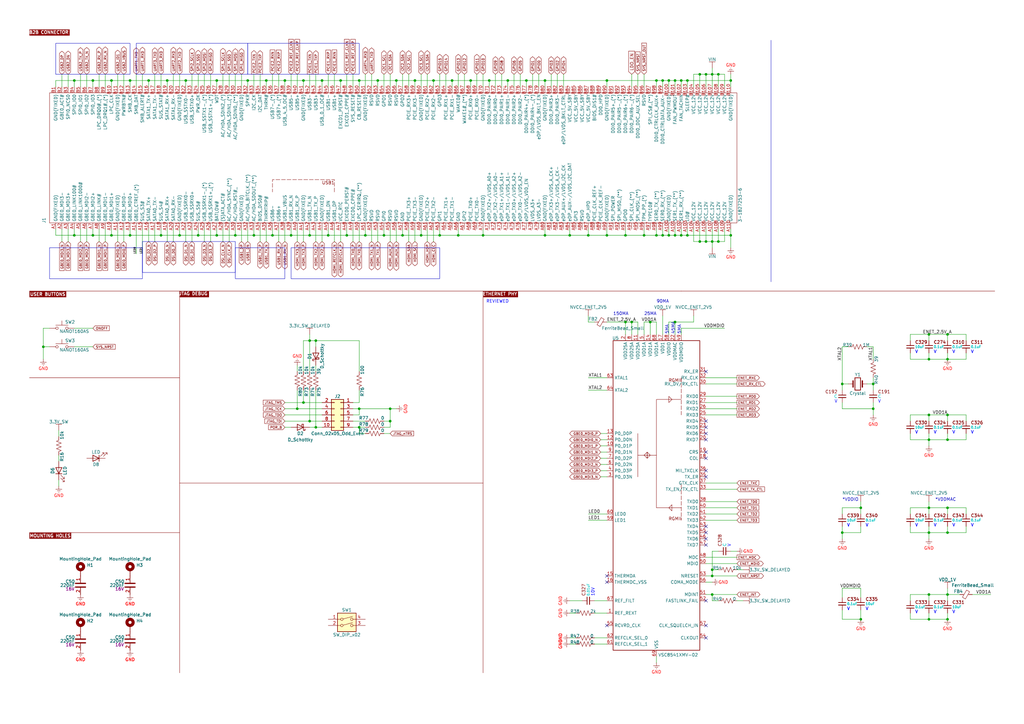
<source format=kicad_sch>
(kicad_sch (version 20230819) (generator eeschema)
  (paper "A3")
  (title_block (date "2023-05-13") (rev "1.00"))
  (junction (at 388.62 218.44))
  (junction (at 294.64 99.06))
  (junction (at 149.86 96.52))
  (junction (at 104.14 96.52))
  (junction (at 345.44 157.48))
  (junction (at 185.42 33.02))
  (junction (at 96.52 96.52))
  (junction (at 88.9 96.52))
  (junction (at 248.92 96.52))
  (junction (at 276.86 96.52))
  (junction (at 279.4 96.52))
  (junction (at 353.06 208.28))
  (junction (at 345.44 218.44))
  (junction (at 388.62 137.16))
  (junction (at 248.92 33.02))
  (junction (at 271.78 96.52))
  (junction (at 147.32 175.26))
  (junction (at 289.56 30.48))
  (junction (at 127 172.72))
  (junction (at 299.72 33.02))
  (junction (at 139.7 33.02))
  (junction (at 279.4 33.02))
  (junction (at 388.62 243.84))
  (junction (at 38.1 96.52))
  (junction (at 200.66 33.02))
  (junction (at 53.34 33.02))
  (junction (at 381 170.18))
  (junction (at 388.62 180.34))
  (junction (at 53.34 96.52))
  (junction (at 147.32 167.64))
  (junction (at 127 139.7))
  (junction (at 121.92 167.64))
  (junction (at 129.54 175.26))
  (junction (at 274.32 96.52))
  (junction (at 269.24 33.02))
  (junction (at 30.48 33.02))
  (junction (at 381 254))
  (junction (at 172.72 96.52))
  (junction (at 223.52 33.02))
  (junction (at 119.38 96.52))
  (junction (at 294.64 30.48))
  (junction (at 276.86 132.08))
  (junction (at 388.62 208.28))
  (junction (at 292.1 236.22))
  (junction (at 274.32 33.02))
  (junction (at 160.02 167.64))
  (junction (at 198.12 96.52))
  (junction (at 241.3 96.52))
  (junction (at 292.1 30.48))
  (junction (at 381 218.44))
  (junction (at 111.76 96.52))
  (junction (at 154.94 33.02))
  (junction (at 38.1 33.02))
  (junction (at 287.02 99.06))
  (junction (at 76.2 33.02))
  (junction (at 147.32 33.02))
  (junction (at 124.46 165.1))
  (junction (at 157.48 96.52))
  (junction (at 381 147.32))
  (junction (at 381 208.28))
  (junction (at 292.1 243.84))
  (junction (at 88.9 33.02))
  (junction (at 292.1 233.68))
  (junction (at 109.22 33.02))
  (junction (at 30.48 96.52))
  (junction (at 388.62 170.18))
  (junction (at 132.08 33.02))
  (junction (at 81.28 96.52))
  (junction (at 388.62 147.32))
  (junction (at 292.1 99.06))
  (junction (at 208.28 33.02))
  (junction (at 358.14 157.48))
  (junction (at 233.68 96.52))
  (junction (at 177.8 33.02))
  (junction (at 276.86 33.02))
  (junction (at 60.96 33.02))
  (junction (at 353.06 254))
  (junction (at 129.54 139.7))
  (junction (at 160.02 172.72))
  (junction (at 45.72 33.02))
  (junction (at 162.56 33.02))
  (junction (at 381 243.84))
  (junction (at 381 137.16))
  (junction (at 101.6 33.02))
  (junction (at 180.34 96.52))
  (junction (at 17.78 142.24))
  (junction (at 281.94 33.02))
  (junction (at 271.78 33.02))
  (junction (at 142.24 96.52))
  (junction (at 68.58 33.02))
  (junction (at 187.96 96.52))
  (junction (at 266.7 132.08))
  (junction (at 73.66 96.52))
  (junction (at 116.84 33.02))
  (junction (at 287.02 30.48))
  (junction (at 134.62 96.52))
  (junction (at 264.16 96.52))
  (junction (at 269.24 96.52))
  (junction (at 170.18 33.02))
  (junction (at 193.04 33.02))
  (junction (at 281.94 96.52))
  (junction (at 45.72 96.52))
  (junction (at 299.72 96.52))
  (junction (at 381 180.34))
  (junction (at 256.54 132.08))
  (junction (at 259.08 132.08))
  (junction (at 223.52 96.52))
  (junction (at 289.56 99.06))
  (junction (at 66.04 96.52))
  (junction (at 165.1 96.52))
  (junction (at 256.54 96.52))
  (junction (at 127 96.52))
  (junction (at 388.62 254))
  (junction (at 215.9 33.02))
  (junction (at 124.46 33.02))
  (junction (at 358.14 167.64))
  (no_connect (at 289.56 223.52))
  (no_connect (at 289.56 187.96))
  (no_connect (at 248.92 238.76))
  (no_connect (at 248.92 236.22))
  (no_connect (at 289.56 218.44))
  (no_connect (at 289.56 185.42))
  (no_connect (at 289.56 152.4))
  (no_connect (at 289.56 215.9))
  (no_connect (at 289.56 193.04))
  (no_connect (at 289.56 261.62))
  (no_connect (at 289.56 256.54))
  (no_connect (at 289.56 246.38))
  (no_connect (at 248.92 256.54))
  (no_connect (at 289.56 220.98))
  (no_connect (at 289.56 172.72))
  (no_connect (at 289.56 175.26))
  (no_connect (at 289.56 177.8))
  (no_connect (at 289.56 180.34))
  (no_connect (at 289.56 195.58))
  (wire (pts (xy 132.08 33.02) (xy 139.7 33.02)))
  (wire (pts (xy 284.48 93.98) (xy 284.48 99.06)))
  (wire (pts (xy 345.44 142.24) (xy 345.44 157.48)))
  (wire (pts (xy 147.32 165.1) (xy 144.78 165.1)))
  (wire (pts (xy 345.44 241.3) (xy 353.06 241.3)))
  (wire (pts (xy 358.14 154.94) (xy 358.14 157.48)))
  (wire (pts (xy 233.68 96.52) (xy 241.3 96.52)))
  (wire (pts (xy 353.06 210.82) (xy 353.06 208.28)))
  (wire (pts (xy 60.96 33.02) (xy 60.96 35.56)))
  (wire (pts (xy 274.32 93.98) (xy 274.32 96.52)))
  (wire (pts (xy 71.12 30.48) (xy 71.12 35.56)))
  (wire (pts (xy 17.78 134.62) (xy 20.32 134.62)))
  (wire (pts (xy 177.8 33.02) (xy 185.42 33.02)))
  (wire (pts (xy 124.46 93.98) (xy 124.46 99.06)))
  (wire (pts (xy 124.46 33.02) (xy 124.46 35.56)))
  (wire (pts (xy 246.38 187.96) (xy 248.92 187.96)))
  (wire (pts (xy 353.06 218.44) (xy 345.44 218.44)))
  (wire (pts (xy 223.52 93.98) (xy 223.52 96.52)))
  (wire (pts (xy 276.86 96.52) (xy 279.4 96.52)))
  (wire (pts (xy 398.78 243.84) (xy 406.4 243.84)))
  (wire (pts (xy 223.52 96.52) (xy 233.68 96.52)))
  (wire (pts (xy 17.78 142.24) (xy 17.78 147.32)))
  (wire (pts (xy 358.14 160.02) (xy 358.14 157.48)))
  (wire (pts (xy 24.13 176.53) (xy 24.13 179.07)))
  (wire (pts (xy 353.06 215.9) (xy 353.06 218.44)))
  (wire (pts (xy 248.92 132.08) (xy 256.54 132.08)))
  (wire (pts (xy 121.92 149.86) (xy 121.92 152.4)))
  (wire (pts (xy 144.78 175.26) (xy 147.32 175.26)))
  (polyline (pts (xy 73.66 198.12) (xy 198.12 198.12)) (stroke (width 0) (color 132 0 0 1)))
  (wire (pts (xy 373.38 170.18) (xy 381 170.18)))
  (wire (pts (xy 256.54 93.98) (xy 256.54 96.52)))
  (wire (pts (xy 233.68 264.16) (xy 236.22 264.16)))
  (wire (pts (xy 345.44 254) (xy 353.06 254)))
  (wire (pts (xy 38.1 33.02) (xy 45.72 33.02)))
  (wire (pts (xy 198.12 93.98) (xy 198.12 96.52)))
  (wire (pts (xy 302.26 233.68) (xy 304.8 233.68)))
  (wire (pts (xy 388.62 144.78) (xy 388.62 147.32)))
  (wire (pts (xy 81.28 30.48) (xy 81.28 35.56)))
  (wire (pts (xy 388.62 180.34) (xy 396.24 180.34)))
  (wire (pts (xy 71.12 93.98) (xy 71.12 99.06)))
  (wire (pts (xy 114.3 93.98) (xy 114.3 99.06)))
  (wire (pts (xy 58.42 93.98) (xy 58.42 104.14)))
  (wire (pts (xy 289.56 157.48) (xy 302.26 157.48)))
  (wire (pts (xy 83.82 30.48) (xy 83.82 35.56)))
  (wire (pts (xy 147.32 139.7) (xy 129.54 139.7)))
  (wire (pts (xy 396.24 172.72) (xy 396.24 170.18)))
  (wire (pts (xy 27.94 93.98) (xy 27.94 99.06)))
  (wire (pts (xy 182.88 30.48) (xy 182.88 35.56)))
  (wire (pts (xy 292.1 226.06) (xy 292.1 233.68)))
  (wire (pts (xy 294.64 30.48) (xy 292.1 30.48)))
  (wire (pts (xy 144.78 93.98) (xy 144.78 99.06)))
  (wire (pts (xy 121.92 99.06) (xy 121.92 93.98)))
  (wire (pts (xy 172.72 96.52) (xy 180.34 96.52)))
  (wire (pts (xy 294.64 226.06) (xy 292.1 226.06)))
  (wire (pts (xy 116.84 33.02) (xy 124.46 33.02)))
  (wire (pts (xy 381 251.46) (xy 381 254)))
  (wire (pts (xy 50.8 30.48) (xy 50.8 35.56)))
  (wire (pts (xy 172.72 30.48) (xy 172.72 35.56)))
  (wire (pts (xy 160.02 172.72) (xy 160.02 175.26)))
  (wire (pts (xy 396.24 210.82) (xy 396.24 208.28)))
  (wire (pts (xy 127 139.7) (xy 124.46 139.7)))
  (wire (pts (xy 233.68 251.46) (xy 236.22 251.46)))
  (wire (pts (xy 137.16 93.98) (xy 137.16 99.06)))
  (wire (pts (xy 297.18 30.48) (xy 294.64 30.48)))
  (wire (pts (xy 289.56 167.64) (xy 302.26 167.64)))
  (wire (pts (xy 124.46 139.7) (xy 124.46 152.4)))
  (wire (pts (xy 381 208.28) (xy 388.62 208.28)))
  (wire (pts (xy 149.86 30.48) (xy 149.86 35.56)))
  (wire (pts (xy 292.1 236.22) (xy 289.56 236.22)))
  (wire (pts (xy 198.12 30.48) (xy 198.12 35.56)))
  (wire (pts (xy 88.9 93.98) (xy 88.9 96.52)))
  (wire (pts (xy 264.16 93.98) (xy 264.16 96.52)))
  (wire (pts (xy 393.7 243.84) (xy 388.62 243.84)))
  (wire (pts (xy 132.08 33.02) (xy 132.08 35.56)))
  (wire (pts (xy 111.76 93.98) (xy 111.76 96.52)))
  (wire (pts (xy 226.06 30.48) (xy 226.06 35.56)))
  (wire (pts (xy 243.84 246.38) (xy 248.92 246.38)))
  (wire (pts (xy 81.28 96.52) (xy 88.9 96.52)))
  (wire (pts (xy 68.58 33.02) (xy 68.58 35.56)))
  (wire (pts (xy 160.02 172.72) (xy 157.48 172.72)))
  (wire (pts (xy 132.08 93.98) (xy 132.08 99.06)))
  (wire (pts (xy 162.56 93.98) (xy 162.56 99.06)))
  (wire (pts (xy 200.66 33.02) (xy 208.28 33.02)))
  (wire (pts (xy 269.24 96.52) (xy 271.78 96.52)))
  (wire (pts (xy 55.88 30.48) (xy 55.88 35.56)))
  (wire (pts (xy 162.56 33.02) (xy 162.56 35.56)))
  (wire (pts (xy 66.04 93.98) (xy 66.04 96.52)))
  (wire (pts (xy 388.62 218.44) (xy 396.24 218.44)))
  (wire (pts (xy 345.44 167.64) (xy 345.44 165.1)))
  (wire (pts (xy 228.6 30.48) (xy 228.6 35.56)))
  (wire (pts (xy 241.3 210.82) (xy 248.92 210.82)))
  (wire (pts (xy 116.84 170.18) (xy 132.08 170.18)))
  (wire (pts (xy 121.92 30.48) (xy 121.92 35.56)))
  (wire (pts (xy 345.44 142.24) (xy 347.98 142.24)))
  (wire (pts (xy 373.38 137.16) (xy 381 137.16)))
  (wire (pts (xy 48.26 30.48) (xy 48.26 35.56)))
  (wire (pts (xy 264.16 132.08) (xy 264.16 137.16)))
  (wire (pts (xy 292.1 30.48) (xy 292.1 35.56)))
  (wire (pts (xy 139.7 33.02) (xy 147.32 33.02)))
  (wire (pts (xy 187.96 96.52) (xy 198.12 96.52)))
  (wire (pts (xy 294.64 246.38) (xy 292.1 246.38)))
  (wire (pts (xy 233.68 93.98) (xy 233.68 96.52)))
  (wire (pts (xy 60.96 33.02) (xy 68.58 33.02)))
  (wire (pts (xy 93.98 93.98) (xy 93.98 99.06)))
  (wire (pts (xy 170.18 93.98) (xy 170.18 99.06)))
  (wire (pts (xy 279.4 134.62) (xy 297.18 134.62)))
  (wire (pts (xy 304.8 246.38) (xy 302.26 246.38)))
  (wire (pts (xy 302.26 243.84) (xy 292.1 243.84)))
  (wire (pts (xy 294.64 99.06) (xy 297.18 99.06)))
  (wire (pts (xy 241.3 132.08) (xy 243.84 132.08)))
  (wire (pts (xy 292.1 27.94) (xy 292.1 30.48)))
  (wire (pts (xy 99.06 93.98) (xy 99.06 99.06)))
  (wire (pts (xy 157.48 30.48) (xy 157.48 35.56)))
  (wire (pts (xy 17.78 134.62) (xy 17.78 142.24)))
  (wire (pts (xy 279.4 137.16) (xy 279.4 134.62)))
  (wire (pts (xy 208.28 33.02) (xy 208.28 35.56)))
  (wire (pts (xy 119.38 30.48) (xy 119.38 35.56)))
  (wire (pts (xy 127 30.48) (xy 127 35.56)))
  (wire (pts (xy 134.62 93.98) (xy 134.62 96.52)))
  (wire (pts (xy 373.38 251.46) (xy 373.38 254)))
  (wire (pts (xy 121.92 167.64) (xy 132.08 167.64)))
  (wire (pts (xy 231.14 30.48) (xy 231.14 35.56)))
  (wire (pts (xy 294.64 99.06) (xy 294.64 93.98)))
  (wire (pts (xy 289.56 205.74) (xy 302.26 205.74)))
  (wire (pts (xy 137.16 30.48) (xy 137.16 35.56)))
  (wire (pts (xy 139.7 93.98) (xy 139.7 99.06)))
  (wire (pts (xy 101.6 33.02) (xy 109.22 33.02)))
  (wire (pts (xy 109.22 93.98) (xy 109.22 99.06)))
  (wire (pts (xy 30.48 142.24) (xy 38.1 142.24)))
  (wire (pts (xy 302.26 228.6) (xy 289.56 228.6)))
  (wire (pts (xy 22.86 93.98) (xy 22.86 96.52)))
  (wire (pts (xy 243.84 251.46) (xy 248.92 251.46)))
  (wire (pts (xy 388.62 246.38) (xy 388.62 243.84)))
  (wire (pts (xy 292.1 246.38) (xy 292.1 243.84)))
  (wire (pts (xy 241.3 129.54) (xy 241.3 132.08)))
  (wire (pts (xy 381 182.88) (xy 381 180.34)))
  (wire (pts (xy 30.48 33.02) (xy 38.1 33.02)))
  (wire (pts (xy 266.7 132.08) (xy 266.7 137.16)))
  (wire (pts (xy 302.26 236.22) (xy 292.1 236.22)))
  (wire (pts (xy 241.3 93.98) (xy 241.3 96.52)))
  (wire (pts (xy 292.1 99.06) (xy 294.64 99.06)))
  (wire (pts (xy 88.9 96.52) (xy 96.52 96.52)))
  (wire (pts (xy 127 175.26) (xy 129.54 175.26)))
  (wire (pts (xy 269.24 132.08) (xy 269.24 137.16)))
  (wire (pts (xy 17.78 142.24) (xy 20.32 142.24)))
  (wire (pts (xy 157.48 96.52) (xy 149.86 96.52)))
  (wire (pts (xy 241.3 160.02) (xy 248.92 160.02)))
  (wire (pts (xy 381 254) (xy 388.62 254)))
  (wire (pts (xy 81.28 93.98) (xy 81.28 96.52)))
  (wire (pts (xy 271.78 137.16) (xy 271.78 129.54)))
  (wire (pts (xy 294.64 233.68) (xy 292.1 233.68)))
  (wire (pts (xy 381 205.74) (xy 381 208.28)))
  (wire (pts (xy 259.08 132.08) (xy 259.08 137.16)))
  (wire (pts (xy 269.24 96.52) (xy 269.24 93.98)))
  (wire (pts (xy 261.62 132.08) (xy 259.08 132.08)))
  (wire (pts (xy 223.52 33.02) (xy 248.92 33.02)))
  (wire (pts (xy 53.34 33.02) (xy 53.34 35.56)))
  (wire (pts (xy 358.14 165.1) (xy 358.14 167.64)))
  (wire (pts (xy 109.22 33.02) (xy 109.22 35.56)))
  (wire (pts (xy 299.72 226.06) (xy 302.26 226.06)))
  (wire (pts (xy 193.04 33.02) (xy 200.66 33.02)))
  (wire (pts (xy 24.13 186.69) (xy 24.13 189.23)))
  (wire (pts (xy 289.56 30.48) (xy 289.56 35.56)))
  (wire (pts (xy 274.32 96.52) (xy 276.86 96.52)))
  (wire (pts (xy 63.5 93.98) (xy 63.5 99.06)))
  (wire (pts (xy 246.38 195.58) (xy 248.92 195.58)))
  (wire (pts (xy 27.94 30.48) (xy 27.94 35.56)))
  (wire (pts (xy 388.62 170.18) (xy 388.62 172.72)))
  (wire (pts (xy 195.58 30.48) (xy 195.58 35.56)))
  (wire (pts (xy 142.24 93.98) (xy 142.24 96.52)))
  (wire (pts (xy 86.36 30.48) (xy 86.36 35.56)))
  (wire (pts (xy 276.86 132.08) (xy 284.48 132.08)))
  (wire (pts (xy 274.32 35.56) (xy 274.32 33.02)))
  (wire (pts (xy 256.54 96.52) (xy 264.16 96.52)))
  (wire (pts (xy 124.46 160.02) (xy 124.46 165.1)))
  (wire (pts (xy 144.78 167.64) (xy 147.32 167.64)))
  (wire (pts (xy 279.4 96.52) (xy 281.94 96.52)))
  (wire (pts (xy 96.52 96.52) (xy 104.14 96.52)))
  (wire (pts (xy 248.92 93.98) (xy 248.92 96.52)))
  (wire (pts (xy 269.24 132.08) (xy 266.7 132.08)))
  (wire (pts (xy 396.24 147.32) (xy 388.62 147.32)))
  (wire (pts (xy 53.34 33.02) (xy 60.96 33.02)))
  (wire (pts (xy 289.56 162.56) (xy 302.26 162.56)))
  (wire (pts (xy 220.98 30.48) (xy 220.98 35.56)))
  (wire (pts (xy 116.84 172.72) (xy 127 172.72)))
  (wire (pts (xy 292.1 99.06) (xy 292.1 93.98)))
  (wire (pts (xy 116.84 165.1) (xy 124.46 165.1)))
  (wire (pts (xy 289.56 200.66) (xy 302.26 200.66)))
  (wire (pts (xy 76.2 93.98) (xy 76.2 99.06)))
  (wire (pts (xy 30.48 96.52) (xy 38.1 96.52)))
  (wire (pts (xy 281.94 96.52) (xy 299.72 96.52)))
  (wire (pts (xy 104.14 30.48) (xy 104.14 35.56)))
  (wire (pts (xy 172.72 93.98) (xy 172.72 96.52)))
  (wire (pts (xy 177.8 93.98) (xy 177.8 99.06)))
  (wire (pts (xy 180.34 30.48) (xy 180.34 35.56)))
  (wire (pts (xy 127 93.98) (xy 127 96.52)))
  (wire (pts (xy 91.44 30.48) (xy 91.44 35.56)))
  (wire (pts (xy 144.78 172.72) (xy 149.86 172.72)))
  (wire (pts (xy 388.62 208.28) (xy 396.24 208.28)))
  (wire (pts (xy 345.44 218.44) (xy 345.44 220.98)))
  (wire (pts (xy 30.48 33.02) (xy 30.48 35.56)))
  (wire (pts (xy 381 137.16) (xy 388.62 137.16)))
  (wire (pts (xy 38.1 33.02) (xy 38.1 35.56)))
  (wire (pts (xy 259.08 132.08) (xy 256.54 132.08)))
  (polyline (pts (xy 408.0256 119.38) (xy 279.4 119.38)) (stroke (width 0) (color 132 0 0 1)))
  (wire (pts (xy 187.96 93.98) (xy 187.96 96.52)))
  (wire (pts (xy 167.64 93.98) (xy 167.64 99.06)))
  (wire (pts (xy 180.34 96.52) (xy 187.96 96.52)))
  (wire (pts (xy 139.7 33.02) (xy 139.7 35.56)))
  (wire (pts (xy 381 246.38) (xy 381 243.84)))
  (wire (pts (xy 83.82 93.98) (xy 83.82 99.06)))
  (wire (pts (xy 124.46 165.1) (xy 132.08 165.1)))
  (wire (pts (xy 127 96.52) (xy 134.62 96.52)))
  (wire (pts (xy 73.66 30.48) (xy 73.66 35.56)))
  (wire (pts (xy 127 172.72) (xy 132.08 172.72)))
  (wire (pts (xy 388.62 251.46) (xy 388.62 254)))
  (wire (pts (xy 289.56 165.1) (xy 302.26 165.1)))
  (wire (pts (xy 78.74 93.98) (xy 78.74 99.06)))
  (wire (pts (xy 274.32 33.02) (xy 276.86 33.02)))
  (wire (pts (xy 276.86 35.56) (xy 276.86 33.02)))
  (wire (pts (xy 215.9 33.02) (xy 215.9 35.56)))
  (wire (pts (xy 30.48 134.62) (xy 38.1 134.62)))
  (wire (pts (xy 358.14 157.48) (xy 355.6 157.48)))
  (wire (pts (xy 106.68 30.48) (xy 106.68 35.56)))
  (wire (pts (xy 99.06 30.48) (xy 99.06 35.56)))
  (wire (pts (xy 297.18 99.06) (xy 297.18 93.98)))
  (wire (pts (xy 104.14 93.98) (xy 104.14 96.52)))
  (wire (pts (xy 116.84 93.98) (xy 116.84 99.06)))
  (wire (pts (xy 119.38 96.52) (xy 127 96.52)))
  (wire (pts (xy 292.1 101.6) (xy 292.1 99.06)))
  (wire (pts (xy 43.18 30.48) (xy 43.18 35.56)))
  (wire (pts (xy 302.26 231.14) (xy 289.56 231.14)))
  (wire (pts (xy 358.14 167.64) (xy 358.14 170.18)))
  (wire (pts (xy 68.58 93.98) (xy 68.58 99.06)))
  (wire (pts (xy 129.54 149.86) (xy 129.54 152.4)))
  (wire (pts (xy 287.02 99.06) (xy 289.56 99.06)))
  (wire (pts (xy 388.62 208.28) (xy 388.62 210.82)))
  (wire (pts (xy 271.78 96.52) (xy 274.32 96.52)))
  (wire (pts (xy 58.42 30.48) (xy 58.42 35.56)))
  (wire (pts (xy 358.14 147.32) (xy 358.14 142.24)))
  (wire (pts (xy 373.38 243.84) (xy 381 243.84)))
  (wire (pts (xy 248.92 33.02) (xy 248.92 35.56)))
  (wire (pts (xy 152.4 30.48) (xy 152.4 35.56)))
  (wire (pts (xy 246.38 180.34) (xy 248.92 180.34)))
  (wire (pts (xy 45.72 93.98) (xy 45.72 96.52)))
  (wire (pts (xy 73.66 96.52) (xy 73.66 93.98)))
  (wire (pts (xy 86.36 93.98) (xy 86.36 99.06)))
  (wire (pts (xy 40.64 30.48) (xy 40.64 35.56)))
  (wire (pts (xy 63.5 30.48) (xy 63.5 35.56)))
  (wire (pts (xy 381 215.9) (xy 381 218.44)))
  (wire (pts (xy 53.34 93.98) (xy 53.34 96.52)))
  (wire (pts (xy 144.78 170.18) (xy 147.32 170.18)))
  (wire (pts (xy 45.72 96.52) (xy 53.34 96.52)))
  (wire (pts (xy 30.48 93.98) (xy 30.48 96.52)))
  (wire (pts (xy 345.44 215.9) (xy 345.44 218.44)))
  (wire (pts (xy 246.38 185.42) (xy 248.92 185.42)))
  (wire (pts (xy 147.32 177.8) (xy 147.32 175.26)))
  (wire (pts (xy 160.02 167.64) (xy 162.56 167.64)))
  (wire (pts (xy 248.92 33.02) (xy 269.24 33.02)))
  (wire (pts (xy 160.02 93.98) (xy 160.02 99.06)))
  (wire (pts (xy 388.62 137.16) (xy 388.62 139.7)))
  (wire (pts (xy 55.88 93.98) (xy 55.88 104.14)))
  (wire (pts (xy 175.26 30.48) (xy 175.26 35.56)))
  (wire (pts (xy 297.18 35.56) (xy 297.18 30.48)))
  (wire (pts (xy 38.1 96.52) (xy 45.72 96.52)))
  (wire (pts (xy 289.56 198.12) (xy 302.26 198.12)))
  (wire (pts (xy 116.84 167.64) (xy 121.92 167.64)))
  (wire (pts (xy 127 160.02) (xy 127 172.72)))
  (wire (pts (xy 142.24 96.52) (xy 149.86 96.52)))
  (wire (pts (xy 76.2 33.02) (xy 76.2 35.56)))
  (wire (pts (xy 274.32 132.08) (xy 274.32 137.16)))
  (wire (pts (xy 149.86 96.52) (xy 149.86 93.98)))
  (wire (pts (xy 261.62 137.16) (xy 261.62 132.08)))
  (wire (pts (xy 121.92 160.02) (xy 121.92 167.64)))
  (wire (pts (xy 193.04 33.02) (xy 193.04 35.56)))
  (wire (pts (xy 134.62 96.52) (xy 142.24 96.52)))
  (wire (pts (xy 243.84 261.62) (xy 248.92 261.62)))
  (wire (pts (xy 271.78 35.56) (xy 271.78 33.02)))
  (wire (pts (xy 134.62 30.48) (xy 134.62 35.56)))
  (wire (pts (xy 358.14 167.64) (xy 345.44 167.64)))
  (wire (pts (xy 165.1 30.48) (xy 165.1 35.56)))
  (wire (pts (xy 35.56 93.98) (xy 35.56 99.06)))
  (wire (pts (xy 388.62 170.18) (xy 396.24 170.18)))
  (wire (pts (xy 177.8 33.02) (xy 177.8 35.56)))
  (wire (pts (xy 276.86 96.52) (xy 276.86 93.98)))
  (wire (pts (xy 261.62 30.48) (xy 261.62 35.56)))
  (wire (pts (xy 388.62 180.34) (xy 381 180.34)))
  (wire (pts (xy 345.44 241.3) (xy 345.44 245.11)))
  (wire (pts (xy 266.7 132.08) (xy 264.16 132.08)))
  (wire (pts (xy 353.06 241.3) (xy 353.06 245.11)))
  (wire (pts (xy 170.18 33.02) (xy 170.18 35.56)))
  (wire (pts (xy 81.28 96.52) (xy 73.66 96.52)))
  (wire (pts (xy 259.08 30.48) (xy 259.08 35.56)))
  (wire (pts (xy 114.3 30.48) (xy 114.3 35.56)))
  (wire (pts (xy 279.4 33.02) (xy 281.94 33.02)))
  (wire (pts (xy 213.36 30.48) (xy 213.36 35.56)))
  (wire (pts (xy 276.86 33.02) (xy 279.4 33.02)))
  (wire (pts (xy 160.02 30.48) (xy 160.02 35.56)))
  (wire (pts (xy 167.64 30.48) (xy 167.64 35.56)))
  (wire (pts (xy 388.62 147.32) (xy 381 147.32)))
  (wire (pts (xy 388.62 177.8) (xy 388.62 180.34)))
  (wire (pts (xy 22.86 33.02) (xy 30.48 33.02)))
  (polyline (pts (xy 12.065 119.38) (xy 279.4 119.38)) (stroke (width 0) (color 132 0 0 1)))
  (wire (pts (xy 38.1 93.98) (xy 38.1 96.52)))
  (wire (pts (xy 381 147.32) (xy 373.38 147.32)))
  (wire (pts (xy 299.72 35.56) (xy 299.72 33.02)))
  (wire (pts (xy 200.66 33.02) (xy 200.66 35.56)))
  (wire (pts (xy 264.16 96.52) (xy 269.24 96.52)))
  (wire (pts (xy 129.54 139.7) (xy 127 139.7)))
  (wire (pts (xy 289.56 210.82) (xy 302.26 210.82)))
  (wire (pts (xy 119.38 175.26) (xy 116.84 175.26)))
  (wire (pts (xy 111.76 96.52) (xy 119.38 96.52)))
  (wire (pts (xy 91.44 93.98) (xy 91.44 99.06)))
  (wire (pts (xy 373.38 254) (xy 381 254)))
  (wire (pts (xy 381 139.7) (xy 381 137.16)))
  (wire (pts (xy 292.1 233.68) (xy 292.1 236.22)))
  (wire (pts (xy 246.38 190.5) (xy 248.92 190.5)))
  (wire (pts (xy 373.38 172.72) (xy 373.38 170.18)))
  (wire (pts (xy 149.86 177.8) (xy 147.32 177.8)))
  (wire (pts (xy 289.56 238.76) (xy 292.1 238.76)))
  (wire (pts (xy 119.38 93.98) (xy 119.38 96.52)))
  (wire (pts (xy 294.64 30.48) (xy 294.64 35.56)))
  (wire (pts (xy 246.38 182.88) (xy 248.92 182.88)))
  (wire (pts (xy 190.5 30.48) (xy 190.5 35.56)))
  (wire (pts (xy 40.64 93.98) (xy 40.64 99.06)))
  (wire (pts (xy 287.02 99.06) (xy 287.02 93.98)))
  (wire (pts (xy 66.04 30.48) (xy 66.04 35.56)))
  (wire (pts (xy 154.94 93.98) (xy 154.94 99.06)))
  (wire (pts (xy 116.84 33.02) (xy 116.84 35.56)))
  (wire (pts (xy 388.62 243.84) (xy 388.62 241.3)))
  (wire (pts (xy 45.72 33.02) (xy 53.34 33.02)))
  (wire (pts (xy 284.48 132.08) (xy 284.48 129.54)))
  (polyline (pts (xy 198.12 119.38) (xy 198.12 275.971)) (stroke (width 0) (color 132 0 0 1)))
  (wire (pts (xy 269.24 269.24) (xy 269.24 271.78)))
  (wire (pts (xy 284.48 30.48) (xy 284.48 35.56)))
  (wire (pts (xy 284.48 99.06) (xy 287.02 99.06)))
  (wire (pts (xy 147.32 175.26) (xy 149.86 175.26)))
  (wire (pts (xy 157.48 177.8) (xy 160.02 177.8)))
  (wire (pts (xy 127 139.7) (xy 127 152.4)))
  (wire (pts (xy 88.9 33.02) (xy 88.9 35.56)))
  (wire (pts (xy 165.1 93.98) (xy 165.1 96.52)))
  (wire (pts (xy 45.72 33.02) (xy 45.72 35.56)))
  (wire (pts (xy 256.54 132.08) (xy 256.54 137.16)))
  (wire (pts (xy 396.24 215.9) (xy 396.24 218.44)))
  (wire (pts (xy 147.32 160.02) (xy 147.32 165.1)))
  (wire (pts (xy 127 137.16) (xy 127 139.7)))
  (wire (pts (xy 104.14 96.52) (xy 111.76 96.52)))
  (wire (pts (xy 205.74 30.48) (xy 205.74 35.56)))
  (wire (pts (xy 248.92 96.52) (xy 256.54 96.52)))
  (wire (pts (xy 96.52 93.98) (xy 96.52 96.52)))
  (wire (pts (xy 281.94 96.52) (xy 281.94 93.98)))
  (wire (pts (xy 101.6 93.98) (xy 101.6 99.06)))
  (wire (pts (xy 35.56 30.48) (xy 35.56 35.56)))
  (wire (pts (xy 274.32 132.08) (xy 276.86 132.08)))
  (wire (pts (xy 287.02 30.48) (xy 287.02 35.56)))
  (wire (pts (xy 24.13 196.85) (xy 24.13 199.39)))
  (wire (pts (xy 50.8 93.98) (xy 50.8 99.06)))
  (wire (pts (xy 76.2 33.02) (xy 88.9 33.02)))
  (wire (pts (xy 233.68 261.62) (xy 236.22 261.62)))
  (wire (pts (xy 271.78 33.02) (xy 274.32 33.02)))
  (wire (pts (xy 269.24 33.02) (xy 271.78 33.02)))
  (wire (pts (xy 25.4 30.48) (xy 25.4 35.56)))
  (wire (pts (xy 276.86 132.08) (xy 276.86 137.16)))
  (wire (pts (xy 152.4 93.98) (xy 152.4 99.06)))
  (wire (pts (xy 223.52 35.56) (xy 223.52 33.02)))
  (wire (pts (xy 170.18 33.02) (xy 177.8 33.02)))
  (wire (pts (xy 162.56 33.02) (xy 170.18 33.02)))
  (wire (pts (xy 353.06 254) (xy 353.06 250.19)))
  (wire (pts (xy 279.4 96.52) (xy 279.4 93.98)))
  (wire (pts (xy 129.54 93.98) (xy 129.54 99.06)))
  (wire (pts (xy 187.96 30.48) (xy 187.96 35.56)))
  (wire (pts (xy 185.42 33.02) (xy 193.04 33.02)))
  (wire (pts (xy 388.62 215.9) (xy 388.62 218.44)))
  (wire (pts (xy 154.94 33.02) (xy 154.94 35.56)))
  (wire (pts (xy 157.48 93.98) (xy 157.48 96.52)))
  (wire (pts (xy 287.02 30.48) (xy 284.48 30.48)))
  (wire (pts (xy 345.44 208.28) (xy 353.06 208.28)))
  (wire (pts (xy 373.38 180.34) (xy 373.38 177.8)))
  (wire (pts (xy 147.32 152.4) (xy 147.32 139.7)))
  (polyline (pts (xy 12.065 154.94) (xy 73.66 154.94)) (stroke (width 0) (color 132 0 0 1)))
  (wire (pts (xy 109.22 33.02) (xy 116.84 33.02)))
  (wire (pts (xy 22.86 96.52) (xy 30.48 96.52)))
  (wire (pts (xy 271.78 96.52) (xy 271.78 93.98)))
  (wire (pts (xy 246.38 177.8) (xy 248.92 177.8)))
  (wire (pts (xy 345.44 157.48) (xy 347.98 157.48)))
  (wire (pts (xy 106.68 93.98) (xy 106.68 99.06)))
  (wire (pts (xy 147.32 33.02) (xy 147.32 35.56)))
  (wire (pts (xy 289.56 154.94) (xy 302.26 154.94)))
  (polyline (pts (xy 12.065 218.44) (xy 73.66 218.44)) (stroke (width 0) (color 132 0 0 1)))
  (wire (pts (xy 373.38 139.7) (xy 373.38 137.16)))
  (wire (pts (xy 289.56 99.06) (xy 292.1 99.06)))
  (wire (pts (xy 22.86 35.56) (xy 22.86 33.02)))
  (wire (pts (xy 345.44 250.19) (xy 345.44 254)))
  (wire (pts (xy 208.28 33.02) (xy 215.9 33.02)))
  (wire (pts (xy 289.56 213.36) (xy 302.26 213.36)))
  (wire (pts (xy 388.62 218.44) (xy 381 218.44)))
  (wire (pts (xy 289.56 170.18) (xy 302.26 170.18)))
  (wire (pts (xy 241.3 213.36) (xy 248.92 213.36)))
  (wire (pts (xy 144.78 30.48) (xy 144.78 35.56)))
  (wire (pts (xy 353.06 205.74) (xy 353.06 208.28)))
  (wire (pts (xy 78.74 30.48) (xy 78.74 35.56)))
  (wire (pts (xy 124.46 33.02) (xy 132.08 33.02)))
  (wire (pts (xy 281.94 33.02) (xy 299.72 33.02)))
  (wire (pts (xy 129.54 160.02) (xy 129.54 175.26)))
  (wire (pts (xy 175.26 93.98) (xy 175.26 99.06)))
  (wire (pts (xy 48.26 93.98) (xy 48.26 99.06)))
  (wire (pts (xy 246.38 193.04) (xy 248.92 193.04)))
  (wire (pts (xy 381 147.32) (xy 381 144.78)))
  (wire (pts (xy 289.56 30.48) (xy 287.02 30.48)))
  (wire (pts (xy 381 243.84) (xy 388.62 243.84)))
  (wire (pts (xy 299.72 33.02) (xy 299.72 30.48)))
  (wire (pts (xy 160.02 167.64) (xy 160.02 172.72)))
  (wire (pts (xy 233.68 246.38) (xy 238.76 246.38)))
  (wire (pts (xy 381 220.98) (xy 381 218.44)))
  (wire (pts (xy 142.24 30.48) (xy 142.24 35.56)))
  (wire (pts (xy 154.94 33.02) (xy 162.56 33.02)))
  (wire (pts (xy 147.32 167.64) (xy 160.02 167.64)))
  (wire (pts (xy 381 208.28) (xy 381 210.82)))
  (wire (pts (xy 292.1 243.84) (xy 289.56 243.84)))
  (wire (pts (xy 299.72 101.6) (xy 299.72 96.52)))
  (wire (pts (xy 281.94 35.56) (xy 281.94 33.02)))
  (wire (pts (xy 147.32 33.02) (xy 154.94 33.02)))
  (wire (pts (xy 101.6 33.02) (xy 101.6 35.56)))
  (wire (pts (xy 373.38 210.82) (xy 373.38 208.28)))
  (wire (pts (xy 93.98 30.48) (xy 93.98 35.56)))
  (wire (pts (xy 165.1 96.52) (xy 157.48 96.52)))
  (wire (pts (xy 215.9 33.02) (xy 223.52 33.02)))
  (wire (pts (xy 68.58 33.02) (xy 76.2 33.02)))
  (wire (pts (xy 33.02 93.98) (xy 33.02 99.06)))
  (wire (pts (xy 111.76 30.48) (xy 111.76 35.56)))
  (wire (pts (xy 210.82 30.48) (xy 210.82 35.56)))
  (wire (pts (xy 289.56 99.06) (xy 289.56 93.98)))
  (wire (pts (xy 345.44 208.28) (xy 345.44 210.82)))
  (wire (pts (xy 373.38 208.28) (xy 381 208.28)))
  (wire (pts (xy 381 180.34) (xy 373.38 180.34)))
  (wire (pts (xy 396.24 177.8) (xy 396.24 180.34)))
  (wire (pts (xy 373.38 147.32) (xy 373.38 144.78)))
  (wire (pts (xy 147.32 167.64) (xy 147.32 170.18)))
  (wire (pts (xy 66.04 96.52) (xy 73.66 96.52)))
  (wire (pts (xy 198.12 96.52) (xy 223.52 96.52)))
  (wire (pts (xy 53.34 96.52) (xy 66.04 96.52)))
  (wire (pts (xy 203.2 30.48) (xy 203.2 35.56)))
  (wire (pts (xy 388.62 137.16) (xy 396.24 137.16)))
  (wire (pts (xy 33.02 30.48) (xy 33.02 35.56)))
  (wire (pts (xy 129.54 175.26) (xy 132.08 175.26)))
  (wire (pts (xy 165.1 96.52) (xy 172.72 96.52)))
  (wire (pts (xy 355.6 142.24) (xy 358.14 142.24)))
  (wire (pts (xy 147.32 93.98) (xy 147.32 99.06)))
  (wire (pts (xy 129.54 30.48) (xy 129.54 35.56)))
  (wire (pts (xy 241.3 154.94) (xy 248.92 154.94)))
  (wire (pts (xy 373.38 218.44) (xy 373.38 215.9)))
  (wire (pts (xy 88.9 33.02) (xy 101.6 33.02)))
  (polyline (pts (xy 316.23 16.51) (xy 316.23 115.57)))
  (wire (pts (xy 218.44 30.48) (xy 218.44 35.56)))
  (wire (pts (xy 381 177.8) (xy 381 180.34)))
  (wire (pts (xy 396.24 137.16) (xy 396.24 139.7)))
  (wire (pts (xy 96.52 30.48) (xy 96.52 35.56)))
  (wire (pts (xy 381 170.18) (xy 388.62 170.18)))
  (wire (pts (xy 381 218.44) (xy 373.38 218.44)))
  (wire (pts (xy 180.34 93.98) (xy 180.34 96.52)))
  (wire (pts (xy 345.44 160.02) (xy 345.44 157.48)))
  (wire (pts (xy 373.38 246.38) (xy 373.38 243.84)))
  (wire (pts (xy 279.4 35.56) (xy 279.4 33.02)))
  (wire (pts (xy 381 170.18) (xy 381 172.72)))
  (wire (pts (xy 43.18 93.98) (xy 43.18 99.06)))
  (wire (pts (xy 129.54 142.24) (xy 129.54 139.7)))
  (polyline (pts (xy 73.66 119.38) (xy 73.66 275.971)) (stroke (width 0) (color 132 0 0 1)))
  (wire (pts (xy 264.16 30.48) (xy 264.16 35.56)))
  (wire (pts (xy 60.96 93.98) (xy 60.96 99.06)))
  (wire (pts (xy 160.02 175.26) (xy 157.48 175.26)))
  (wire (pts (xy 25.4 93.98) (xy 25.4 99.06)))
  (wire (pts (xy 299.72 93.98) (xy 299.72 96.52)))
  (wire (pts (xy 243.84 264.16) (xy 248.92 264.16)))
  (wire (pts (xy 269.24 35.56) (xy 269.24 33.02)))
  (wire (pts (xy 396.24 144.78) (xy 396.24 147.32)))
  (wire (pts (xy 241.3 96.52) (xy 248.92 96.52)))
  (wire (pts (xy 185.42 33.02) (xy 185.42 35.56)))
  (wire (pts (xy 289.56 208.28) (xy 302.26 208.28)))
  (wire (pts (xy 292.1 30.48) (xy 289.56 30.48)))
  (rectangle (start 96.52 101.6) (end 116.84 114.3))
  (rectangle (start 55.88 17.78) (end 101.6 30.48))
  (rectangle (start 73.66 119.38) (end 85.725 121.92) (stroke (width -0.0001)) (fill (type color) (color 132 0 0 1)))
  (rectangle (start 12.065 119.38) (end 27.178 121.92) (stroke (width -0.0001)) (fill (type color) (color 132 0 0 1)))
  (rectangle (start 22.86 17.78) (end 53.34 30.48))
  (rectangle (start 58.42 99.06) (end 96.52 111.76))
  (rectangle (start 119.38 101.6) (end 180.34 114.3))
  (rectangle (start 20.32 101.6) (end 58.42 114.3))
  (rectangle (start 198.1962 119.38) (end 212.471 121.92) (stroke (width -0.0001)) (fill (type color) (color 132 0 0 1)))
  (rectangle (start 12.065 218.44) (end 29.21 220.98) (stroke (width -0.0001)) (fill (type color) (color 132 0 0 1)))
  (rectangle (start 101.6 17.78) (end 147.32 30.48))
  (rectangle (start 12.065 12.065) (end 28.575 14.605) (stroke (width -0.0001)) (fill (type color) (color 132 0 0 1)))
  (text "25MA" (at 264.16 129.54 0) (effects (font (size 1.27 1.27)) (justify left bottom)))
  (text "REVIEWED" (at 199.39 124.46 0) (effects (font (size 1.27 1.27)) (justify left bottom)))
  (text "5MA" (at 274.32 137.16 90) (effects (font (size 1.27 1.27)) (justify left bottom)))
  (text "*VDDMAC" (at 383.54 205.74 0) (effects (font (size 1.27 1.27)) (justify left bottom)))
  (text "MOUNTING HOLES" (at 29.083 220.726 0) (effects (font (size 1.27 1.27) (thickness 0.254) bold) (justify right bottom)))
  (text "*VDDIO" (at 345.44 205.74 0) (effects (font (size 1.27 1.27)) (justify left bottom)))
  (text "JTAG DEBUG" (at 85.217 121.412 0) (effects (font (size 1.27 1.27) (thickness 0.254) bold) (justify right bottom)))
  (text "90MA" (at 269.24 124.46 0) (effects (font (size 1.27 1.27)) (justify left bottom)))
  (text "B2B CONNECTOR" (at 28.194 14.224 0) (effects (font (size 1.27 1.27) (thickness 0.254) bold) (justify right bottom)))
  (text "USER BUTTONS" (at 26.924 121.666 0) (effects (font (size 1.27 1.27) (thickness 0.254) bold) (justify right bottom)))
  (text "45MA" (at 276.86 137.16 90) (effects (font (size 1.27 1.27)) (justify left bottom)))
  (text "150MA" (at 251.46 129.54 0) (effects (font (size 1.27 1.27)) (justify left bottom)))
  (text "ETHERNET PHY" (at 212.217 121.539 0) (effects (font (size 1.27 1.27) (thickness 0.254) bold) (justify right bottom)))
  (text "5MA" (at 279.4 137.16 90) (effects (font (size 1.27 1.27)) (justify left bottom)))
  (label "VDD1A" (at 406.4 243.84 180))
  (label "XTAL2" (at 241.3 160.02 0))
  (label "VDD1A" (at 388.62 170.18 180))
  (label "VDD1A" (at 269.24 132.08 180))
  (label "XTAL2" (at 345.44 142.24 270))
  (label "XTAL1" (at 358.14 142.24 270))
  (label "ENET_2.5V_A" (at 248.92 132.08 0))
  (label "LED0" (at 241.3 210.82 0))
  (label "LED1" (at 58.42 104.14 90) (effects (font (size 0.75 0.75))))
  (label "ENET_2.5V_A" (at 378.46 137.16 0))
  (label "XTAL1" (at 241.3 154.94 0))
  (label "VDDMDIO" (at 353.06 241.3 180))
  (label "LED0" (at 55.88 104.14 90) (effects (font (size 0.75 0.75))))
  (label "LED1" (at 241.3 213.36 0))
  (label "VDDMDIO" (at 297.18 134.62 180))
  (global_label "ENET_MDIO" (shape bidirectional) (at 302.26 231.14 0) (effects (font (size 1 1))) (property "Intersheetrefs" "${INTERSHEET_REFS}" (effects hide)))
  (global_label "GPIO0" (shape bidirectional) (at 220.98 30.48 90) (effects (font (size 1 1))) (property "Intersheetrefs" "${INTERSHEET_REFS}" (effects hide)))
  (global_label "HDMI_TX0_N" (shape bidirectional) (at 147.32 99.06 270) (effects (font (size 1 1))) (property "Intersheetrefs" "${INTERSHEET_REFS}" (effects hide)))
  (global_label "DSI_D0_N" (shape bidirectional) (at 68.58 99.06 270) (effects (font (size 1 1))) (property "Intersheetrefs" "${INTERSHEET_REFS}" (effects hide)))
  (global_label "ENET_RD3" (shape output) (at 302.26 170.18 0) (effects (font (size 1 1))) (property "Intersheetrefs" "${INTERSHEET_REFS}" (effects hide)))
  (global_label "UART1_RXD" (shape bidirectional) (at 58.42 30.48 90) (effects (font (size 1 1))) (property "Intersheetrefs" "${INTERSHEET_REFS}" (effects hide)))
  (global_label "GBE0_MDI2_N" (shape input) (at 33.02 99.06 270) (effects (font (size 1 1))) (property "Intersheetrefs" "${INTERSHEET_REFS}" (effects hide)))
  (global_label "HDMI_TX2_P" (shape bidirectional) (at 129.54 99.06 270) (effects (font (size 1 1))) (property "Intersheetrefs" "${INTERSHEET_REFS}" (effects hide)))
  (global_label "ENET_TD3" (shape input) (at 302.26 213.36 0) (effects (font (size 1 1))) (property "Intersheetrefs" "${INTERSHEET_REFS}" (effects hide)))
  (global_label "UART4_TXD" (shape bidirectional) (at 152.4 30.48 90) (effects (font (size 1 1))) (property "Intersheetrefs" "${INTERSHEET_REFS}" (effects hide)))
  (global_label "USB2_TX_N" (shape bidirectional) (at 35.56 30.48 90) (effects (font (size 1 1))) (property "Intersheetrefs" "${INTERSHEET_REFS}" (effects hide)))
  (global_label "PCIE1_REF_CLKP" (shape input) (at 144.78 30.48 90) (effects (font (size 1 1))) (property "Intersheetrefs" "${INTERSHEET_REFS}" (effects hide)))
  (global_label "DSI_D1_P" (shape bidirectional) (at 78.74 99.06 270) (effects (font (size 1 1))) (property "Intersheetrefs" "${INTERSHEET_REFS}" (effects hide)))
  (global_label "HDMI_TX0_P" (shape bidirectional) (at 144.78 99.06 270) (effects (font (size 1 1))) (property "Intersheetrefs" "${INTERSHEET_REFS}" (effects hide)))
  (global_label "USB2_RX_P" (shape bidirectional) (at 40.64 30.48 90) (effects (font (size 1 1))) (property "Intersheetrefs" "${INTERSHEET_REFS}" (effects hide)))
  (global_label "GBE0_MDI2_N" (shape bidirectional) (at 246.38 190.5 180) (effects (font (size 1 1))) (property "Intersheetrefs" "${INTERSHEET_REFS}" (effects hide)))
  (global_label "GBE0_MDI1_P" (shape bidirectional) (at 246.38 182.88 180) (effects (font (size 1 1))) (property "Intersheetrefs" "${INTERSHEET_REFS}" (effects hide)))
  (global_label "ONOFF" (shape input) (at 38.1 134.62 0) (effects (font (size 1 1))) (property "Intersheetrefs" "${INTERSHEET_REFS}" (effects hide)))
  (global_label "ENET_RD0" (shape output) (at 302.26 162.56 0) (effects (font (size 1 1))) (property "Intersheetrefs" "${INTERSHEET_REFS}" (effects hide)))
  (global_label "GBE0_MDI3_P" (shape bidirectional) (at 246.38 193.04 180) (effects (font (size 1 1))) (property "Intersheetrefs" "${INTERSHEET_REFS}" (effects hide)))
  (global_label "GBE0_MDI0_P" (shape bidirectional) (at 246.38 177.8 180) (effects (font (size 1 1))) (property "Intersheetrefs" "${INTERSHEET_REFS}" (effects hide)))
  (global_label "USB2_RX_N" (shape bidirectional) (at 43.18 30.48 90) (effects (font (size 1 1))) (property "Intersheetrefs" "${INTERSHEET_REFS}" (effects hide)))
  (global_label "GPIO3" (shape bidirectional) (at 226.06 30.48 90) (effects (font (size 1 1))) (property "Intersheetrefs" "${INTERSHEET_REFS}" (effects hide)))
  (global_label "JTAG_TDI" (shape input) (at 116.84 172.72 180) (effects (font (size 1 1))) (property "Intersheetrefs" "${INTERSHEET_REFS}" (effects hide)))
  (global_label "HDMI_HDP" (shape bidirectional) (at 175.26 99.06 270) (effects (font (size 1 1))) (property "Intersheetrefs" "${INTERSHEET_REFS}" (effects hide)))
  (global_label "HDMI_AUX_N" (shape bidirectional) (at 162.56 99.06 270) (effects (font (size 1 1))) (property "Intersheetrefs" "${INTERSHEET_REFS}" (effects hide)))
  (global_label "SPI1_MOSI" (shape bidirectional) (at 96.52 30.48 90) (effects (font (size 1 1))) (property "Intersheetrefs" "${INTERSHEET_REFS}" (effects hide)))
  (global_label "HDMI_SCL" (shape bidirectional) (at 170.18 99.06 270) (effects (font (size 1 1))) (property "Intersheetrefs" "${INTERSHEET_REFS}" (effects hide)))
  (global_label "PCIE1_RXP" (shape input) (at 134.62 30.48 90) (effects (font (size 1 1))) (property "Intersheetrefs" "${INTERSHEET_REFS}" (effects hide)))
  (global_label "ENET_INT" (shape bidirectional) (at 302.26 243.84 0) (effects (font (size 1 1))) (property "Intersheetrefs" "${INTERSHEET_REFS}" (effects hide)))
  (global_label "PCIE2_TXP" (shape output) (at 106.68 30.48 90) (effects (font (size 1 1))) (property "Intersheetrefs" "${INTERSHEET_REFS}" (effects hide)))
  (global_label "GBE0_MDI3_N" (shape input) (at 25.4 99.06 270) (effects (font (size 1 1))) (property "Intersheetrefs" "${INTERSHEET_REFS}" (effects hide)))
  (global_label "SYS_NRST" (shape input) (at 261.62 30.48 90) (effects (font (size 1 1))) (property "Intersheetrefs" "${INTERSHEET_REFS}" (effects hide)))
  (global_label "UART3_TXD" (shape bidirectional) (at 63.5 30.48 90) (effects (font (size 1 1))) (property "Intersheetrefs" "${INTERSHEET_REFS}" (effects hide)))
  (global_label "GBE0_MDI2_P" (shape bidirectional) (at 246.38 187.96 180) (effects (font (size 1 1))) (property "Intersheetrefs" "${INTERSHEET_REFS}" (effects hide)))
  (global_label "JTAG_nTRS" (shape input) (at 160.02 177.8 0) (effects (font (size 1 1))) (property "Intersheetrefs" "${INTERSHEET_REFS}" (effects hide)))
  (global_label "SPI2_SCLK" (shape bidirectional) (at 78.74 30.48 90) (effects (font (size 1 1))) (property "Intersheetrefs" "${INTERSHEET_REFS}" (effects hide)))
  (global_label "ENET_TD1" (shape input) (at 302.26 208.28 0) (effects (font (size 1 1))) (property "Intersheetrefs" "${INTERSHEET_REFS}" (effects hide)))
  (global_label "GBE0_MDI1_P" (shape input) (at 43.18 99.06 270) (effects (font (size 1 1))) (property "Intersheetrefs" "${INTERSHEET_REFS}" (effects hide)))
  (global_label "GPIO2" (shape bidirectional) (at 228.6 30.48 90) (effects (font (size 1 1))) (property "Intersheetrefs" "${INTERSHEET_REFS}" (effects hide)))
  (global_label "SPI2_MISO" (shape bidirectional) (at 86.36 30.48 90) (effects (font (size 1 1))) (property "Intersheetrefs" "${INTERSHEET_REFS}" (effects hide)))
  (global_label "UART4_RXD" (shape bidirectional) (at 149.86 30.48 90) (effects (font (size 1 1))) (property "Intersheetrefs" "${INTERSHEET_REFS}" (effects hide)))
  (global_label "HDMI_AUX_P" (shape bidirectional) (at 160.02 99.06 270) (effects (font (size 1 1))) (property "Intersheetrefs" "${INTERSHEET_REFS}" (effects hide)))
  (global_label "UART2_TXD" (shape bidirectional) (at 73.66 30.48 90) (effects (font (size 1 1))) (property "Intersheetrefs" "${INTERSHEET_REFS}" (effects hide)))
  (global_label "SPI1_MISO" (shape bidirectional) (at 99.06 30.48 90) (effects (font (size 1 1))) (property "Intersheetrefs" "${INTERSHEET_REFS}" (effects hide)))
  (global_label "HDMI_TX1_N" (shape bidirectional) (at 152.4 99.06 270) (effects (font (size 1 1))) (property "Intersheetrefs" "${INTERSHEET_REFS}" (effects hide)))
  (global_label "DSI_D3_P" (shape bidirectional) (at 86.36 99.06 270) (effects (font (size 1 1))) (property "Intersheetrefs" "${INTERSHEET_REFS}" (effects hide)))
  (global_label "GBE0_MDI0_P" (shape input) (at 50.8 99.06 270) (effects (font (size 1 1))) (property "Intersheetrefs" "${INTERSHEET_REFS}" (effects hide)))
  (global_label "HDMI_REFCLK_P" (shape bidirectional) (at 139.7 99.06 270) (effects (font (size 1 1))) (property "Intersheetrefs" "${INTERSHEET_REFS}" (effects hide)))
  (global_label "SPI1_SCLK" (shape bidirectional) (at 91.44 30.48 90) (effects (font (size 1 1))) (property "Intersheetrefs" "${INTERSHEET_REFS}" (effects hide)))
  (global_label "GPIO9" (shape bidirectional) (at 203.2 30.48 90) (effects (font (size 1 1))) (property "Intersheetrefs" "${INTERSHEET_REFS}" (effects hide)))
  (global_label "I2C3_SDA" (shape bidirectional) (at 175.26 30.48 90) (effects (font (size 1 1))) (property "Intersheetrefs" "${INTERSHEET_REFS}" (effects hide)))
  (global_label "JTAG_TDO" (shape input) (at 116.84 170.18 180) (effects (font (size 1 1))) (property "Intersheetrefs" "${INTERSHEET_REFS}" (effects hide)))
  (global_label "ENET_TD2" (shape input) (at 302.26 210.82 0) (effects (font (size 1 1))) (property "Intersheetrefs" "${INTERSHEET_REFS}" (effects hide)))
  (global_label "ENET_RD2" (shape output) (at 302.26 167.64 0) (effects (font (size 1 1))) (property "Intersheetrefs" "${INTERSHEET_REFS}" (effects hide)))
  (global_label "PCIE2_RXN" (shape input) (at 111.76 30.48 90) (effects (font (size 1 1))) (property "Intersheetrefs" "${INTERSHEET_REFS}" (effects hide)))
  (global_label "USB1_DN" (shape bidirectional) (at 101.6 99.06 270) (effects (font (size 1 1))) (property "Intersheetrefs" "${INTERSHEET_REFS}" (effects hide)))
  (global_label "I2C2_SDA" (shape bidirectional) (at 165.1 30.48 90) (effects (font (size 1 1))) (property "Intersheetrefs" "${INTERSHEET_REFS}" (effects hide)))
  (global_label "PCIE1_TXN" (shape output) (at 127 30.48 90) (effects (font (size 1 1))) (property "Intersheetrefs" "${INTERSHEET_REFS}" (effects hide)))
  (global_label "ENET_TD0" (shape input) (at 302.26 205.74 0) (effects (font (size 1 1))) (property "Intersheetrefs" "${INTERSHEET_REFS}" (effects hide)))
  (global_label "GPIO8" (shape bidirectional) (at 205.74 30.48 90) (effects (font (size 1 1))) (property "Intersheetrefs" "${INTERSHEET_REFS}" (effects hide)))
  (global_label "HDMI_REFCLK_N" (shape bidirectional) (at 137.16 99.06 270) (effects (font (size 1 1))) (property "Intersheetrefs" "${INTERSHEET_REFS}" (effects hide)))
  (global_label "USB2_DN" (shape bidirectional) (at 27.94 30.48 90) (effects (font (size 1 1))) (property "Intersheetrefs" "${INTERSHEET_REFS}" (effects hide)))
  (global_label "PCIE1_REF_CLKN" (shape input) (at 142.24 30.48 90) (effects (font (size 1 1))) (property "Intersheetrefs" "${INTERSHEET_REFS}" (effects hide)))
  (global_label "I2C2_SCL" (shape bidirectional) (at 167.64 30.48 90) (effects (font (size 1 1))) (property "Intersheetrefs" "${INTERSHEET_REFS}" (effects hide)))
  (global_label "HDMI_CEC" (shape bidirectional) (at 177.8 99.06 270) (effects (font (size 1 1))) (property "Intersheetrefs" "${INTERSHEET_REFS}" (effects hide)))
  (global_label "DSI_D3_N" (shape bidirectional) (at 83.82 99.06 270) (effects (font (size 1 1))) (property "Intersheetrefs" "${INTERSHEET_REFS}" (effects hide)))
  (global_label "GBE0_MDI2_P" (shape input) (at 35.56 99.06 270) (effects (font (size 1 1))) (property "Intersheetrefs" "${INTERSHEET_REFS}" (effects hide)))
  (global_label "UART2_RXD" (shape bidirectional) (at 71.12 30.48 90) (effects (font (size 1 1))) (property "Intersheetrefs" "${INTERSHEET_REFS}" (effects hide)))
  (global_label "UART1_TXD" (shape bidirectional) (at 55.88 30.48 90) (effects (font (size 1 1))) (property "Intersheetrefs" "${INTERSHEET_REFS}" (effects hide)))
  (global_label "GPIO13" (shape bidirectional) (at 187.96 30.48 90) (effects (font (size 1 1))) (property "Intersheetrefs" "${INTERSHEET_REFS}" (effects hide)))
  (global_label "HDMI_TX2_N" (shape bidirectional) (at 132.08 99.06 270) (effects (font (size 1 1))) (property "Intersheetrefs" "${INTERSHEET_REFS}" (effects hide)))
  (global_label "HDMI_TX1_P" (shape bidirectional) (at 154.94 99.06 270) (effects (font (size 1 1))) (property "Intersheetrefs" "${INTERSHEET_REFS}" (effects hide)))
  (global_label "I2C1_SDA" (shape bidirectional) (at 160.02 30.48 90) (effects (font (size 1 1))) (property "Intersheetrefs" "${INTERSHEET_REFS}" (effects hide)))
  (global_label "PCIE2_TXN" (shape output) (at 104.14 30.48 90) (effects (font (size 1 1))) (property "Intersheetrefs" "${INTERSHEET_REFS}" (effects hide)))
  (global_label "LDO_EN" (shape input) (at 259.08 30.48 90) (property "Intersheetrefs" "${INTERSHEET_REFS}" (effects hide)))
  (global_label "PCIE2_REF_CLKP" (shape input) (at 121.92 30.48 90) (effects (font (size 1 1))) (property "Intersheetrefs" "${INTERSHEET_REFS}" (effects hide)))
  (global_label "DSI_D2_P" (shape bidirectional) (at 63.5 99.06 270) (effects (font (size 1 1))) (property "Intersheetrefs" "${INTERSHEET_REFS}" (effects hide)))
  (global_label "DSI_CLK_P" (shape bidirectional) (at 93.98 99.06 270) (effects (font (size 1 1))) (property "Intersheetrefs" "${INTERSHEET_REFS}" (effects hide)))
  (global_label "UART3_RXD" (shape bidirectional) (at 66.04 30.48 90) (effects (font (size 1 1))) (property "Intersheetrefs" "${INTERSHEET_REFS}" (effects hide)))
  (global_label "PCIE1_RXN" (shape input) (at 137.16 30.48 90) (effects (font (size 1 1))) (property "Intersheetrefs" "${INTERSHEET_REFS}" (effects hide)))
  (global_label "DSI_D2_N" (shape bidirectional) (at 60.96 99.06 270) (effects (font (size 1 1))) (property "Intersheetrefs" "${INTERSHEET_REFS}" (effects hide)))
  (global_label "GPIO5" (shape bidirectional) (at 213.36 30.48 90) (effects (font (size 1 1))) (property "Intersheetrefs" "${INTERSHEET_REFS}" (effects hide)))
  (global_label "POR_B" (shape input) (at 116.84 175.26 180) (effects (font (size 1 1))) (property "Intersheetrefs" "${INTERSHEET_REFS}" (effects hide)))
  (global_label "GBE0_MDI1_N" (shape bidirectional) (at 246.38 185.42 180) (effects (font (size 1 1))) (property "Intersheetrefs" "${INTERSHEET_REFS}" (effects hide)))
  (global_label "ENET_NRST" (shape bidirectional) (at 302.26 236.22 0) (effects (font (size 1 1))) (property "Intersheetrefs" "${INTERSHEET_REFS}" (effects hide)))
  (global_label "SYS_NRST_OUT" (shape input) (at 264.16 30.48 90) (effects (font (size 1 1))) (property "Intersheetrefs" "${INTERSHEET_REFS}" (effects hide)))
  (global_label "USB1_RX_P" (shape bidirectional) (at 114.3 99.06 270) (effects (font (size 1 1))) (property "Intersheetrefs" "${INTERSHEET_REFS}" (effects hide)))
  (global_label "PCIE1_TXP" (shape output) (at 129.54 30.48 90) (effects (font (size 1 1))) (property "Intersheetrefs" "${INTERSHEET_REFS}" (effects hide)))
  (global_label "PCIE2_RXP" (shape input) (at 114.3 30.48 90) (effects (font (size 1 1))) (property "Intersheetrefs" "${INTERSHEET_REFS}" (effects hide)))
  (global_label "GBE0_MDI1_N" (shape input) (at 40.64 99.06 270) (effects (font (size 1 1))) (property "Intersheetrefs" "${INTERSHEET_REFS}" (effects hide)))
  (global_label "HDMI_SDA" (shape bidirectional) (at 167.64 99.06 270) (effects (font (size 1 1))) (property "Intersheetrefs" "${INTERSHEET_REFS}" (effects hide)))
  (global_label "USB2_DP" (shape bidirectional) (at 25.4 30.48 90) (effects (font (size 1 1))) (property "Intersheetrefs" "${INTERSHEET_REFS}" (effects hide)))
  (global_label "ENET_RX_CTL" (shape output) (at 302.26 157.48 0) (effects (font (size 1 1))) (property "Intersheetrefs" "${INTERSHEET_REFS}" (effects hide)))
  (global_label "USB2_TX_P" (shape bidirectional) (at 33.02 30.48 90) (effects (font (size 1 1))) (property "Intersheetrefs" "${INTERSHEET_REFS}" (effects hide)))
  (global_label "GPIO6" (shape bidirectional) (at 210.82 30.48 90) (effects (font (size 1 1))) (property "Intersheetrefs" "${INTERSHEET_REFS}" (effects hide)))
  (global_label "SPI2_SSO" (shape bidirectional) (at 81.28 30.48 90) (effects (font (size 1 1))) (property "Intersheetrefs" "${INTERSHEET_REFS}" (effects hide)))
  (global_label "GPIO10" (shape bidirectional) (at 198.12 30.48 90) (effects (font (size 1 1))) (property "Intersheetrefs" "${INTERSHEET_REFS}" (effects hide)))
  (global_label "GPIO14" (shape bidirectional) (at 182.88 30.48 90) (effects (font (size 1 1))) (property "Intersheetrefs" "${INTERSHEET_REFS}" (effects hide)))
  (global_label "GPIO15" (shape bidirectional) (at 180.34 30.48 90) (effects (font (size 1 1))) (property "Intersheetrefs" "${INTERSHEET_REFS}" (effects hide)))
  (global_label "USB2_ID1" (shape bidirectional) (at 48.26 30.48 90) (effects (font (size 1 1))) (property "Intersheetrefs" "${INTERSHEET_REFS}" (effects hide)))
  (global_label "GBE0_MDI3_N" (shape bidirectional) (at 246.38 195.58 180) (effects (font (size 1 1))) (property "Intersheetrefs" "${INTERSHEET_REFS}" (effects hide)))
  (global_label "ENET_TX_CTL" (shape input) (at 302.26 200.66 0) (effects (font (size 1 1))) (property "Intersheetrefs" "${INTERSHEET_REFS}" (effects hide)))
  (global_label "SPI2_MOSI" (shape bidirectional) (at 83.82 30.48 90) (effects (font (size 1 1))) (property "Intersheetrefs" "${INTERSHEET_REFS}" (effects hide)))
  (global_label "I2C3_SCL" (shape bidirectional) (at 172.72 30.48 90) (effects (font (size 1 1))) (property "Intersheetrefs" "${INTERSHEET_REFS}" (effects hide)))
  (global_label "SPI1_SSO" (shape bidirectional) (at 93.98 30.48 90) (effects (font (size 1 1))) (property "Intersheetrefs" "${INTERSHEET_REFS}" (effects hide)))
  (global_label "DSI_D0_P" (shape bidirectional) (at 71.12 99.06 270) (effects (font (size 1 1))) (property "Intersheetrefs" "${INTERSHEET_REFS}" (effects hide)))
  (global_label "PCIE2_REF_CLKN" (shape input) (at 119.38 30.48 90) (effects (font (size 1 1))) (property "Intersheetrefs" "${INTERSHEET_REFS}" (effects hide)))
  (global_label "GPIO12" (shape bidirectional) (at 190.5 30.48 90) (effects (font (size 1 1))) (property "Intersheetrefs" "${INTERSHEET_REFS}" (effects hide)))
  (global_label "I2C1_SCL" (shape bidirectional) (at 157.48 30.48 90) (effects (font (size 1 1))) (property "Intersheetrefs" "${INTERSHEET_REFS}" (effects hide)))
  (global_label "GBE0_MDI0_N" (shape input) (at 48.26 99.06 270) (effects (font (size 1 1))) (property "Intersheetrefs" "${INTERSHEET_REFS}" (effects hide)))
  (global_label "USB1_TX_N" (shape bidirectional) (at 109.22 99.06 270) (effects (font (size 1 1))) (property "Intersheetrefs" "${INTERSHEET_REFS}" (effects hide)))
  (global_label "ENET_TXC" (shape input) (at 302.26 198.12 0) (effects (font (size 1 1))) (property "Intersheetrefs" "${INTERSHEET_REFS}" (effects hide)))
  (global_label "USB1_TX_P" (shape bidirectional) (at 106.68 99.06 270) (effects (font (size 1 1))) (property "Intersheetrefs" "${INTERSHEET_REFS}" (effects hide)))
  (global_label "HDMI_TX3_P" (shape bidirectional) (at 124.46 99.06 270) (effects (font (size 1 1))) (property "Intersheetrefs" "${INTERSHEET_REFS}" (effects hide)))
  (global_label "JTAG_TCK" (shape input) (at 116.84 167.64 180) (effects (font (size 1 1))) (property "Intersheetrefs" "${INTERSHEET_REFS}" (effects hide)))
  (global_label "USB2_VBUS" (shape bidirectional) (at 50.8 30.48 90) (effects (font (size 1 1))) (property "Intersheetrefs" "${INTERSHEET_REFS}" (effects hide)))
  (global_label "SYS_NRST" (shape input) (at 38.1 142.24 0) (effects (font (size 1 1))) (property "Intersheetrefs" "${INTERSHEET_REFS}" (effects hide)))
  (global_label "GPIO11" (shape bidirectional) (at 195.58 30.48 90) (effects (font (size 1 1))) (property "Intersheetrefs" "${INTERSHEET_REFS}" (effects hide)))
  (global_label "HDMI_TX3_N" (shape bidirectional) (at 121.92 99.06 270) (effects (font (size 1 1))) (property "Intersheetrefs" "${INTERSHEET_REFS}" (effects hide)))
  (global_label "GPIO4" (shape bidirectional) (at 231.14 30.48 90) (effects (font (size 1 1))) (property "Intersheetrefs" "${INTERSHEET_REFS}" (effects hide)))
  (global_label "USB1_RX_N" (shape bidirectional) (at 116.84 99.06 270) (effects (font (size 1 1))) (property "Intersheetrefs" "${INTERSHEET_REFS}" (effects hide)))
  (global_label "DSI_CLK_N" (shape bidirectional) (at 91.44 99.06 270) (effects (font (size 1 1))) (property "Intersheetrefs" "${INTERSHEET_REFS}" (effects hide)))
  (global_label "ENET_RXC" (shape output) (at 302.26 154.94 0) (effects (font (size 1 1))) (property "Intersheetrefs" "${INTERSHEET_REFS}" (effects hide)))
  (global_label "JTAG_TMS" (shape input) (at 116.84 165.1 180) (effects (font (size 1 1))) (property "Intersheetrefs" "${INTERSHEET_REFS}" (effects hide)))
  (global_label "GBE0_MDI0_N" (shape bidirectional) (at 246.38 180.34 180) (effects (font (size 1 1))) (property "Intersheetrefs" "${INTERSHEET_REFS}" (effects hide)))
  (global_label "ENET_RD1" (shape output) (at 302.26 165.1 0) (effects (font (size 1 1))) (property "Intersheetrefs" "${INTERSHEET_REFS}" (effects hide)))
  (global_label "DSI_D1_N" (shape bidirectional) (at 76.2 99.06 270) (effects (font (size 1 1))) (property "Intersheetrefs" "${INTERSHEET_REFS}" (effects hide)))
  (global_label "ENET_MDC" (shape output) (at 302.26 228.6 0) (effects (font (size 1 1))) (property "Intersheetrefs" "${INTERSHEET_REFS}" (effects hide)))
  (global_label "GBE0_MDI3_P" (shape input) (at 27.94 99.06 270) (effects (font (size 1 1))) (property "Intersheetrefs" "${INTERSHEET_REFS}" (effects hide)))
  (global_label "USB1_DP" (shape bidirectional) (at 99.06 99.06 270) (effects (font (size 1 1))) (property "Intersheetrefs" "${INTERSHEET_REFS}" (effects hide)))
  (global_label "GPIO1" (shape bidirectional) (at 218.44 30.48 90) (effects (font (size 1 1))) (property "Intersheetrefs" "${INTERSHEET_REFS}" (effects hide)))
  (symbol (lib_id "Device:FerriteBead_Small") (at 246.38 132.08 90) (unit 1)
    (property "Reference" "FB2" (at 243.205 130.81 90))
    (property "Value" "FerriteBead_Small" (at 264.16 134.62 90) (effects (justify left)))
    (property "Footprint" "Inductor_SMD:L_0603_1608Metric" (effects hide))
  )
  (symbol (lib_id "DQSBC:C") (at 373.38 213.36 0) (unit 1)
    (property "Reference" "C341" (at 375.285 211.455 0) (effects (justify left)))
    (property "Value" "10uF" (at 375.285 213.36 0) (effects (font (size 1 1)) (justify left)))
    (property "Footprint" "Capacitor_SMD:C_0402_1005Metric" (effects hide))
    (property "Voltage" "V" (at 375.285 215.265 0) (effects (justify left)))
  )
  (symbol (lib_name "awg1000:R_1") (lib_id "awg1000:R") (at 121.92 156.21 0) (mirror y) (unit 1)
    (property "Reference" "R80" (at 123.19 158.75 90) (effects (justify right)))
    (property "Value" "10k" (at 123.19 153.67 90) (effects (justify left)))
    (property "Footprint" "Resistor_SMD:R_0402_1005Metric" (effects hide))
  )
  (symbol (lib_id "DQSBC:VIN") (at 292.1 101.6 180) (unit 1)
    (property "Reference" "#PWR0176" (effects hide))
    (property "Value" "VIN" (at 292.1 105.156 0))
  )
  (symbol (lib_id "DQSBC:C") (at 373.38 248.92 0) (unit 1)
    (property "Reference" "C333" (at 375.285 247.015 0) (effects (justify left)))
    (property "Value" "0.1uF" (at 375.285 248.92 0) (effects (font (size 1 1)) (justify left)))
    (property "Footprint" "Capacitor_SMD:C_0402_1005Metric" (effects hide))
    (property "Voltage" "V" (at 375.285 250.825 0) (effects (justify left)))
  )
  (symbol (lib_name "awg1000:R_1") (lib_id "awg1000:R") (at 240.03 264.16 270) (unit 1)
    (property "Reference" "R48" (at 237.744 263.398 90) (effects (justify right)))
    (property "Value" "0" (at 242.062 263.398 90) (effects (justify left)))
    (property "Footprint" "Resistor_SMD:R_0402_1005Metric" (effects hide))
  )
  (symbol (lib_id "DQSBC:GND") (at 233.68 246.38 270) (unit 1)
    (property "Reference" "#PWR0260" (effects hide))
    (property "Value" "GND" (at 229.87 246.38 0))
  )
  (symbol (lib_name "awg1000:CAP_UNPOL_33") (lib_id "awg1000:CAP_UNPOL") (at 53.34 262.89 0) (mirror y) (unit 1)
    (property "Reference" "C50" (at 51.054 261.366 0) (effects (justify left)))
    (property "Value" "220nF" (at 51.054 262.89 0) (effects (justify left)))
    (property "Footprint" "Capacitor_SMD:C_0603_1608Metric" (effects hide))
    (property "VOLTAGE" "16V" (at 50.927 264.414 0) (effects (justify left)))
    (instances (project "DQBSC" (path "" (reference "C50") (unit 1)) (path "" (reference "C6") (unit 1))))
  )
  (symbol (lib_id "DQSBC:GND") (at 299.72 30.48 180) (unit 1)
    (property "Reference" "#PWR0161" (effects hide))
    (property "Value" "GND" (at 299.72 26.67 0))
  )
  (symbol (lib_id "DQSBC:C") (at 381 248.92 0) (unit 1)
    (property "Reference" "C332" (at 382.905 247.015 0) (effects (justify left)))
    (property "Value" "0.1uF" (at 382.905 248.92 0) (effects (font (size 1 1)) (justify left)))
    (property "Footprint" "Capacitor_SMD:C_0402_1005Metric" (effects hide))
    (property "Voltage" "V" (at 382.905 250.825 0) (effects (justify left)))
  )
  (symbol (lib_name "awg1000:CAP_UNPOL_33") (lib_id "awg1000:CAP_UNPOL") (at 53.34 240.03 0) (mirror y) (unit 1)
    (property "Reference" "C50" (at 51.054 238.506 0) (effects (justify left)))
    (property "Value" "220nF" (at 51.054 240.03 0) (effects (justify left)))
    (property "Footprint" "Capacitor_SMD:C_0603_1608Metric" (effects hide))
    (property "VOLTAGE" "16V" (at 50.927 241.554 0) (effects (justify left)))
    (instances (project "DQBSC" (path "" (reference "C50") (unit 1)) (path "" (reference "C4") (unit 1))))
  )
  (symbol (lib_id "Device:FerriteBead_Small") (at 396.24 243.84 90) (unit 1)
    (property "Reference" "FB4" (at 393.065 242.57 90))
    (property "Value" "FerriteBead_Small" (at 407.67 240.03 90) (effects (justify left)))
    (property "Footprint" "Inductor_SMD:L_0603_1608Metric" (effects hide))
  )
  (symbol (lib_id "DQSBC:C") (at 353.06 247.65 0) (unit 1)
    (property "Reference" "C335" (at 354.965 245.745 0) (effects (justify left)))
    (property "Value" "10uF" (at 354.965 247.65 0) (effects (font (size 1 1)) (justify left)))
    (property "Footprint" "Capacitor_SMD:C_0402_1005Metric" (effects hide))
    (property "Voltage" "V" (at 354.965 249.555 0) (effects (justify left)))
  )
  (symbol (lib_id "DQSBC:GND") (at 121.92 149.86 180) (unit 1)
    (property "Reference" "#PWR0302" (effects hide))
    (property "Value" "GND" (at 121.92 146.05 0))
  )
  (symbol (lib_id "Switch:SW_Push") (at 25.4 134.62 0) (unit 1)
    (property "Reference" "SW2" (at 26.67 132.08 0) (effects (justify left)))
    (property "Value" "NANOT160AS" (at 30.48 135.89 0))
    (property "Footprint" "DQSBC:NANOT160AS" (effects hide))
    (property "Datasheet" "NANOT160AS" (effects hide))
    (property "Description" "NANOT160AS" (effects hide))
  )
  (symbol (lib_id "DQSBC:GND") (at 381 182.88 0) (unit 1)
    (property "Reference" "#PWR0252" (effects hide))
    (property "Value" "GND" (at 381 186.69 0))
  )
  (symbol (lib_id "DQSBC:VIN") (at 292.1 27.94 0) (unit 1)
    (property "Reference" "#PWR0196" (effects hide))
    (property "Value" "VIN" (at 292.1 24.384 0))
  )
  (symbol (lib_name "awg1000:R_1") (lib_id "awg1000:R") (at 153.67 175.26 270) (unit 1)
    (property "Reference" "R78" (at 151.13 173.99 90) (effects (justify right)))
    (property "Value" "0" (at 156.21 173.99 90) (effects (justify left)))
    (property "Footprint" "Resistor_SMD:R_0402_1005Metric" (effects hide))
  )
  (symbol (lib_name "awg1000:R_1") (lib_id "awg1000:R") (at 124.46 156.21 0) (mirror y) (unit 1)
    (property "Reference" "R73" (at 125.73 158.75 90) (effects (justify right)))
    (property "Value" "10k" (at 125.73 153.67 90) (effects (justify left)))
    (property "Footprint" "Resistor_SMD:R_0402_1005Metric" (effects hide))
  )
  (symbol (lib_id "DQSBC:GND") (at 24.13 199.39 0) (unit 1)
    (property "Reference" "#PWR044" (effects hide))
    (property "Value" "GND" (at 24.13 203.2 0))
  )
  (symbol (lib_id "Mechanical:MountingHole_Pad") (at 33.02 256.54 0) (unit 1)
    (property "Reference" "H2" (at 35.56 254.635 0) (effects (justify left)))
    (property "Value" "MountingHole_Pad" (at 33.02 252.095 0))
    (property "Footprint" "MountingHole:MountingHole_2.7mm_M2.5_DIN965_Pad_TopBottom" (effects hide))
  )
  (symbol (lib_id "DQSBC:C") (at 381 213.36 0) (unit 1)
    (property "Reference" "C342" (at 382.905 211.455 0) (effects (justify left)))
    (property "Value" "0.1uF" (at 382.905 213.36 0) (effects (font (size 1 1)) (justify left)))
    (property "Footprint" "Capacitor_SMD:C_0402_1005Metric" (effects hide))
    (property "Voltage" "V" (at 382.905 215.265 0) (effects (justify left)))
  )
  (symbol (lib_id "DQSBC:NVCC_ENET_2V5") (at 381 205.74 0) (unit 1)
    (property "Reference" "#PWR0249" (effects hide))
    (property "Value" "NVCC_ENET_2V5" (at 381 202.184 0))
  )
  (symbol (lib_id "DQSBC:GND") (at 53.34 243.84 0) (unit 1)
    (property "Reference" "#PWR012" (effects hide))
    (property "Value" "GND" (at 53.34 247.65 0))
  )
  (symbol (lib_id "DQSBC:GND") (at 358.14 170.18 0) (unit 1)
    (property "Reference" "#PWR0269" (effects hide))
    (property "Value" "GND" (at 358.14 173.99 0))
  )
  (symbol (lib_id "DQSBC:GND") (at 299.72 101.6 0) (unit 1)
    (property "Reference" "#PWR0185" (effects hide))
    (property "Value" "GND" (at 299.72 105.41 0))
  )
  (symbol (lib_id "DQSBC:GND") (at 302.26 226.06 90) (unit 1)
    (property "Reference" "#PWR0267" (effects hide))
    (property "Value" "GND" (at 306.832 226.06 90))
  )
  (symbol (lib_name "awg1000:R_1") (lib_id "awg1000:R") (at 153.67 177.8 270) (unit 1)
    (property "Reference" "R79" (at 151.13 176.53 90) (effects (justify right)))
    (property "Value" "0" (at 156.21 176.53 90) (effects (justify left)))
    (property "Footprint" "Resistor_SMD:R_0402_1005Metric" (effects hide))
  )
  (symbol (lib_name "awg1000:R_1") (lib_id "awg1000:R") (at 153.67 172.72 270) (unit 1)
    (property "Reference" "R77" (at 151.13 171.45 90) (effects (justify right)))
    (property "Value" "0" (at 156.21 171.45 90) (effects (justify left)))
    (property "Footprint" "Resistor_SMD:R_0402_1005Metric" (effects hide))
  )
  (symbol (lib_id "DQSBC:C") (at 388.62 142.24 0) (unit 1)
    (property "Reference" "C310" (at 390.525 140.335 0) (effects (justify left)))
    (property "Value" "0.1uF" (at 390.525 142.24 0) (effects (font (size 1 1)) (justify left)))
    (property "Footprint" "Capacitor_SMD:C_0402_1005Metric" (effects hide))
    (property "Voltage" "V" (at 390.525 144.145 0) (effects (justify left)))
  )
  (symbol (lib_id "Connector_Generic:Conn_02x05_Odd_Even") (at 139.7 170.18 0) (mirror y) (unit 1)
    (property "Reference" "J2" (at 138.43 162.56 0))
    (property "Value" "Conn_02x05_Odd_Even" (at 138.43 177.8 0))
    (property "Footprint" "Connector_PinHeader_1.00mm:PinHeader_2x05_P1.00mm_Vertical" (effects hide))
  )
  (symbol (lib_id "DQSBC:C") (at 381 175.26 0) (unit 1)
    (property "Reference" "C324" (at 382.905 173.355 0) (effects (justify left)))
    (property "Value" "0.1uF" (at 382.905 175.26 0) (effects (font (size 1 1)) (justify left)))
    (property "Footprint" "Capacitor_SMD:C_0402_1005Metric" (effects hide))
    (property "Voltage" "V" (at 382.905 177.165 0) (effects (justify left)))
  )
  (symbol (lib_id "DQSBC:GND") (at 233.68 251.46 270) (unit 1)
    (property "Reference" "#PWR0229" (effects hide))
    (property "Value" "GND" (at 229.87 251.46 0))
  )
  (symbol (lib_id "Device:LED") (at 39.37 187.96 180) (unit 1)
    (property "Reference" "D8" (at 39.37 190.5 0))
    (property "Value" "LED" (at 39.37 185.42 0))
    (property "Description" "Light emitting diode" (effects hide))
  )
  (symbol (lib_id "DQSBC:3-1827253-6") (at 20.32 91.44 90) (unit 1)
    (property "Reference" "J1" (at 18.034 91.567 0) (effects (justify left)))
    (property "Value" "3-1827253-6" (at 303.53 84.074 0))
    (property "Footprint" "DQSBC:CONN_3-1827253-6" (effects hide))
  )
  (symbol (lib_id "DQSBC:GND") (at 388.62 254 0) (unit 1)
    (property "Reference" "#PWR0271" (effects hide))
    (property "Value" "GND" (at 388.62 257.81 0))
  )
  (symbol (lib_id "DQSBC:GND") (at 233.68 261.62 270) (unit 1)
    (property "Reference" "#PWR0253" (effects hide))
    (property "Value" "GND" (at 229.87 261.62 0))
  )
  (symbol (lib_id "DQSBC:VDD_1V") (at 271.78 129.54 0) (unit 1)
    (property "Reference" "#PWR0272" (effects hide))
    (property "Value" "VDD_1V" (at 271.78 125.984 0))
  )
  (symbol (lib_name "awg1000:CAP_UNPOL_33") (lib_id "awg1000:CAP_UNPOL") (at 33.02 240.03 0) (mirror y) (unit 1)
    (property "Reference" "C50" (at 30.734 238.506 0) (effects (justify left)))
    (property "Value" "220nF" (at 30.734 240.03 0) (effects (justify left)))
    (property "Footprint" "Capacitor_SMD:C_0603_1608Metric" (effects hide))
    (property "VOLTAGE" "16V" (at 30.607 241.554 0) (effects (justify left)))
    (instances (project "DQBSC" (path "" (reference "C50") (unit 1)) (path "" (reference "C3") (unit 1))))
  )
  (symbol (lib_name "awg1000:R_1") (lib_id "awg1000:R") (at 127 156.21 0) (mirror y) (unit 1)
    (property "Reference" "R74" (at 128.27 158.75 90) (effects (justify right)))
    (property "Value" "10k" (at 128.27 153.67 90) (effects (justify left)))
    (property "Footprint" "Resistor_SMD:R_0402_1005Metric" (effects hide))
  )
  (symbol (lib_name "awg1000:R_1") (lib_id "awg1000:R") (at 240.03 251.46 270) (unit 1)
    (property "Reference" "R38" (at 237.744 250.698 90) (effects (justify right)))
    (property "Value" "2k" (at 242.062 250.698 90) (effects (justify left)))
    (property "Footprint" "Resistor_SMD:R_0402_1005Metric" (effects hide))
  )
  (symbol (lib_id "DQSBC:GND") (at 345.44 220.98 0) (unit 1)
    (property "Reference" "#PWR0262" (effects hide))
    (property "Value" "GND" (at 345.44 224.79 0))
  )
  (symbol (lib_id "DQSBC:C") (at 373.38 175.26 0) (unit 1)
    (property "Reference" "C330" (at 375.285 173.355 0) (effects (justify left)))
    (property "Value" "10uF" (at 375.285 175.26 0) (effects (font (size 1 1)) (justify left)))
    (property "Footprint" "Capacitor_SMD:C_0402_1005Metric" (effects hide))
    (property "Voltage" "V" (at 375.285 177.165 0) (effects (justify left)))
  )
  (symbol (lib_id "DQSBC:C") (at 388.62 175.26 0) (unit 1)
    (property "Reference" "C325" (at 390.525 173.355 0) (effects (justify left)))
    (property "Value" "0.1uF" (at 390.525 175.26 0) (effects (font (size 1 1)) (justify left)))
    (property "Footprint" "Capacitor_SMD:C_0402_1005Metric" (effects hide))
    (property "Voltage" "V" (at 390.525 177.165 0) (effects (justify left)))
  )
  (symbol (lib_name "awg1000:R_1") (lib_id "awg1000:R") (at 358.14 151.13 0) (mirror y) (unit 1)
    (property "Reference" "R40" (at 359.41 153.67 90) (effects (justify right)))
    (property "Value" "39" (at 359.41 148.59 90) (effects (justify left)))
    (property "Footprint" "Resistor_SMD:R_0402_1005Metric" (effects hide))
  )
  (symbol (lib_id "DQSBC:C") (at 345.44 162.56 0) (mirror y) (unit 1)
    (property "Reference" "C192" (at 343.535 160.655 0) (effects (justify left)))
    (property "Value" "C" (at 343.535 162.56 0) (effects (justify left)))
    (property "Footprint" "Capacitor_SMD:C_0402_1005Metric" (effects hide))
    (property "Voltage" "V" (at 343.535 164.465 0) (effects (justify left)))
  )
  (symbol (lib_id "DQSBC:C") (at 388.62 213.36 0) (unit 1)
    (property "Reference" "C343" (at 390.525 211.455 0) (effects (justify left)))
    (property "Value" "0.1uF" (at 390.525 213.36 0) (effects (font (size 1 1)) (justify left)))
    (property "Footprint" "Capacitor_SMD:C_0402_1005Metric" (effects hide))
    (property "Voltage" "V" (at 390.525 215.265 0) (effects (justify left)))
  )
  (symbol (lib_id "Switch:SW_DIP_x02") (at 142.24 256.54 0) (unit 1)
    (property "Reference" "SW1" (at 142.24 250.19 0))
    (property "Value" "SW_DIP_x02" (at 142.24 260.35 0))
    (property "Footprint" "Button_Switch_SMD:SW_DIP_SPSTx02_Slide_KingTek_DSHP02TJ_W5.25mm_P1.27mm_JPin" (effects hide))
    (property "Description" "2x DIP Switch, Single Pole Single Throw (SPST) switch, small symbol" (effects hide))
  )
  (symbol (lib_name "awg1000:R_1") (lib_id "awg1000:R") (at 240.03 261.62 270) (unit 1)
    (property "Reference" "R47" (at 237.744 260.858 90) (effects (justify right)))
    (property "Value" "0" (at 242.062 260.858 90) (effects (justify left)))
    (property "Footprint" "Resistor_SMD:R_0402_1005Metric" (effects hide))
  )
  (symbol (lib_id "DQSBC:C") (at 396.24 213.36 0) (unit 1)
    (property "Reference" "C344" (at 398.145 211.455 0) (effects (justify left)))
    (property "Value" "0.1uF" (at 398.145 213.36 0) (effects (font (size 1 1)) (justify left)))
    (property "Footprint" "Capacitor_SMD:C_0402_1005Metric" (effects hide))
    (property "Voltage" "V" (at 398.145 215.265 0) (effects (justify left)))
  )
  (symbol (lib_id "DQSBC:GND") (at 33.02 243.84 0) (unit 1)
    (property "Reference" "#PWR08" (effects hide))
    (property "Value" "GND" (at 33.02 247.65 0))
  )
  (symbol (lib_id "DQSBC:VSC8541XMV-0x") (at 269.24 203.2 0) (unit 1)
    (property "Reference" "U5" (at 252.476 138.684 0))
    (property "Value" "VSC8541XMV-02" (at 278.13 268.605 0))
    (property "Footprint" "Package_DFN_QFN:QFN-68-1EP_8x8mm_P0.4mm_EP5.2x5.2mm" (effects hide))
    (property "Datasheet" "https://ethernet.microsemi.com/products/download.php?fid=7978&number=vsc8541" (effects hide))
  )
  (symbol (lib_id "DQSBC:C") (at 345.44 213.36 0) (unit 1)
    (property "Reference" "C339" (at 347.345 211.455 0) (effects (justify left)))
    (property "Value" "10uF" (at 347.345 213.36 0) (effects (font (size 1 1)) (justify left)))
    (property "Footprint" "Capacitor_SMD:C_0402_1005Metric" (effects hide))
    (property "Voltage" "V" (at 347.345 215.265 0) (effects (justify left)))
  )
  (symbol (lib_id "DQSBC:GND") (at 353.06 254 0) (unit 1)
    (property "Reference" "#PWR0184" (effects hide))
    (property "Value" "GND" (at 353.06 257.81 0))
  )
  (symbol (lib_name "awg1000:R_1") (lib_id "awg1000:R") (at 298.45 233.68 270) (unit 1)
    (property "Reference" "R54" (at 296.164 232.918 90) (effects (justify right)))
    (property "Value" "10k" (at 300.482 232.918 90) (effects (justify left)))
    (property "Footprint" "Resistor_SMD:R_0402_1005Metric" (effects hide))
  )
  (symbol (lib_id "DQSBC:C") (at 396.24 142.24 0) (unit 1)
    (property "Reference" "C311" (at 398.145 140.335 0) (effects (justify left)))
    (property "Value" "0.1uF" (at 398.145 142.24 0) (effects (font (size 1 1)) (justify left)))
    (property "Footprint" "Capacitor_SMD:C_0402_1005Metric" (effects hide))
    (property "Voltage" "V" (at 398.145 144.145 0) (effects (justify left)))
  )
  (symbol (lib_id "DQSBC:NVCC_ENET_2V5") (at 241.3 129.54 0) (unit 1)
    (property "Reference" "#PWR0259" (effects hide))
    (property "Value" "NVCC_ENET_2V5" (at 241.3 125.984 0))
  )
  (symbol (lib_id "Mechanical:MountingHole_Pad") (at 53.34 256.54 0) (unit 1)
    (property "Reference" "H4" (at 55.88 254.635 0) (effects (justify left)))
    (property "Value" "MountingHole_Pad" (at 53.34 252.095 0))
    (property "Footprint" "MountingHole:MountingHole_2.7mm_M2.5_DIN965_Pad_TopBottom" (effects hide))
  )
  (symbol (lib_id "Mechanical:MountingHole_Pad") (at 33.02 233.68 0) (unit 1)
    (property "Reference" "H1" (at 35.56 231.775 0) (effects (justify left)))
    (property "Value" "MountingHole_Pad" (at 33.02 229.235 0))
    (property "Footprint" "MountingHole:MountingHole_2.7mm_M2.5_DIN965_Pad_TopBottom" (effects hide))
  )
  (symbol (lib_id "DQSBC:C") (at 345.44 247.65 0) (unit 1)
    (property "Reference" "C334" (at 347.345 245.745 0) (effects (justify left)))
    (property "Value" "0.1uF" (at 347.345 247.65 0) (effects (font (size 1 1)) (justify left)))
    (property "Footprint" "Capacitor_SMD:C_0402_1005Metric" (effects hide))
    (property "Voltage" "V" (at 347.345 249.555 0) (effects (justify left)))
  )
  (symbol (lib_name "awg1000:CAP_UNPOL_33") (lib_id "awg1000:CAP_UNPOL") (at 33.02 262.89 0) (mirror y) (unit 1)
    (property "Reference" "C50" (at 30.734 261.366 0) (effects (justify left)))
    (property "Value" "220nF" (at 30.734 262.89 0) (effects (justify left)))
    (property "Footprint" "Capacitor_SMD:C_0603_1608Metric" (effects hide))
    (property "VOLTAGE" "16V" (at 30.607 264.414 0) (effects (justify left)))
    (instances (project "DQBSC" (path "" (reference "C50") (unit 1)) (path "" (reference "C5") (unit 1))))
  )
  (symbol (lib_id "DQSBC:C") (at 358.14 162.56 0) (unit 1)
    (property "Reference" "C191" (at 360.045 160.655 0) (effects (justify left)))
    (property "Value" "C" (at 360.045 162.56 0) (effects (justify left)))
    (property "Footprint" "Capacitor_SMD:C_0402_1005Metric" (effects hide))
    (property "Voltage" "V" (at 360.045 164.465 0) (effects (justify left)))
  )
  (symbol (lib_id "DQSBC:GND") (at 53.34 266.7 0) (unit 1)
    (property "Reference" "#PWR06" (effects hide))
    (property "Value" "GND" (at 53.34 270.51 0))
  )
  (symbol (lib_name "awg1000:R_1") (lib_id "awg1000:R") (at 129.54 156.21 0) (mirror y) (unit 1)
    (property "Reference" "R75" (at 130.81 158.75 90) (effects (justify right)))
    (property "Value" "39" (at 130.81 153.67 90) (effects (justify left)))
    (property "Footprint" "Resistor_SMD:R_0402_1005Metric" (effects hide))
  )
  (symbol (lib_name "awg1000:R_1") (lib_id "awg1000:R") (at 24.13 182.88 0) (mirror y) (unit 1)
    (property "Reference" "R16" (at 25.4 185.42 90) (effects (justify right)))
    (property "Value" "10k" (at 25.4 180.34 90) (effects (justify left)))
    (property "Footprint" "Resistor_SMD:R_0402_1005Metric" (effects hide))
  )
  (symbol (lib_id "DQSBC:C") (at 353.06 213.36 0) (unit 1)
    (property "Reference" "C340" (at 354.965 211.455 0) (effects (justify left)))
    (property "Value" "0.1uF" (at 354.965 213.36 0) (effects (font (size 1 1)) (justify left)))
    (property "Footprint" "Capacitor_SMD:C_0402_1005Metric" (effects hide))
    (property "Voltage" "V" (at 354.965 215.265 0) (effects (justify left)))
  )
  (symbol (lib_id "DQSBC:3.3V_SW_DELAYED") (at 127 137.16 0) (unit 1)
    (property "Reference" "#PWR0257" (effects hide))
    (property "Value" "3.3V_SW_DELAYED" (at 127 133.604 0))
    (instances (project "DQBSC" (path "" (reference "#PWR0257") (unit 1)) (path "" (reference "#PWR029") (unit 1))))
  )
  (symbol (lib_id "DQSBC:3.3V_SW_DELAYED") (at 304.8 246.38 270) (unit 1)
    (property "Reference" "#PWR0266" (effects hide))
    (property "Value" "3.3V_SW_DELAYED" (at 315.722 246.38 90))
  )
  (symbol (lib_id "Device:Crystal") (at 351.79 157.48 0) (unit 1)
    (property "Reference" "Y1" (at 351.79 153.67 0))
    (property "Value" "Crystal" (at 351.79 161.29 0))
    (property "Footprint" "Crystal:Crystal_SMD_Abracon_ABM3-2Pin_5.0x3.2mm" (effects hide))
  )
  (symbol (lib_id "DQSBC:NVCC_ENET_2V5") (at 353.06 205.74 0) (unit 1)
    (property "Reference" "#PWR0247" (effects hide))
    (property "Value" "NVCC_ENET_2V5" (at 353.06 202.184 0))
  )
  (symbol (lib_id "Device:D_Schottky") (at 123.19 175.26 180) (unit 1)
    (property "Reference" "D2" (at 123.19 177.8 0))
    (property "Value" "D_Schottky" (at 123.19 180.34 0))
    (property "Footprint" "Diode_SMD:D_SOD-323" (effects hide))
  )
  (symbol (lib_id "DQSBC:3.3V_SW_DELAYED") (at 304.8 233.68 270) (unit 1)
    (property "Reference" "#PWR0263" (effects hide))
    (property "Value" "3.3V_SW_DELAYED" (at 315.722 233.68 90))
  )
  (symbol (lib_id "DQSBC:GND") (at 162.56 167.64 90) (unit 1)
    (property "Reference" "#PWR0304" (effects hide))
    (property "Value" "GND" (at 166.37 167.64 0))
  )
  (symbol (lib_id "DQSBC:C") (at 241.3 246.38 90) (unit 1)
    (property "Reference" "C327" (at 239.395 244.475 0) (effects (justify left)))
    (property "Value" "0.01uF" (at 241.3 244.475 0) (effects (font (size 1 1)) (justify left)))
    (property "Footprint" "Capacitor_SMD:C_0402_1005Metric" (effects hide))
    (property "Voltage" "10V" (at 243.205 244.475 0) (effects (justify left)))
  )
  (symbol (lib_id "DQSBC:GND") (at 269.24 271.78 0) (unit 1)
    (property "Reference" "#PWR0186" (effects hide))
    (property "Value" "GND" (at 269.24 275.59 0))
  )
  (symbol (lib_id "Device:D_Schottky") (at 129.54 146.05 90) (unit 1)
    (property "Reference" "D1" (at 127 146.05 0))
    (property "Value" "D_Schottky" (at 132.08 146.05 0))
    (property "Footprint" "Diode_SMD:D_SOD-323" (effects hide))
  )
  (symbol (lib_id "DQSBC:GND") (at 292.1 238.76 90) (unit 1)
    (property "Reference" "#PWR0275" (effects hide))
    (property "Value" "GND" (at 296.672 238.76 90))
  )
  (symbol (lib_id "Switch:SW_Push") (at 25.4 142.24 0) (unit 1)
    (property "Reference" "SW3" (at 26.67 139.7 0) (effects (justify left)))
    (property "Value" "NANOT160AS" (at 30.48 143.51 0))
    (property "Footprint" "DQSBC:NANOT160AS" (effects hide))
    (property "Datasheet" "NANOT160AS" (effects hide))
    (property "Description" "NANOT160AS" (effects hide))
  )
  (symbol (lib_id "DQSBC:C") (at 396.24 175.26 0) (unit 1)
    (property "Reference" "C326" (at 398.145 173.355 0) (effects (justify left)))
    (property "Value" "0.1uF" (at 398.145 175.26 0) (effects (font (size 1 1)) (justify left)))
    (property "Footprint" "Capacitor_SMD:C_0402_1005Metric" (effects hide))
    (property "Voltage" "V" (at 398.145 177.165 0) (effects (justify left)))
  )
  (symbol (lib_id "DQSBC:3.3V_SW") (at 24.13 176.53 0) (unit 1)
    (property "Reference" "#PWR0307" (effects hide))
    (property "Value" "3.3V_SW" (at 24.13 172.974 0))
    (instances (project "DQBSC" (path "" (reference "#PWR0307") (unit 1)) (path "" (reference "#PWR045") (unit 1))))
  )
  (symbol (lib_name "awg1000:R_1") (lib_id "awg1000:R") (at 147.32 156.21 0) (mirror y) (unit 1)
    (property "Reference" "R76" (at 148.59 158.75 90) (effects (justify right)))
    (property "Value" "100" (at 148.59 153.67 90) (effects (justify left)))
    (property "Footprint" "Resistor_SMD:R_0402_1005Metric" (effects hide))
  )
  (symbol (lib_id "DQSBC:VDD_1V") (at 388.62 241.3 0) (unit 1)
    (property "Reference" "#PWR0270" (effects hide))
    (property "Value" "VDD_1V" (at 388.62 237.744 0))
  )
  (symbol (lib_id "DQSBC:C") (at 297.18 226.06 90) (unit 1)
    (property "Reference" "C328" (at 295.275 224.155 0) (effects (justify left)))
    (property "Value" "C" (at 297.18 224.155 0) (effects (justify left)))
    (property "Footprint" "Capacitor_SMD:C_0402_1005Metric" (effects hide))
    (property "Voltage" "V" (at 299.085 224.155 0) (effects (justify left)))
  )
  (symbol (lib_id "DQSBC:C") (at 381 142.24 0) (unit 1)
    (property "Reference" "C274" (at 382.905 140.335 0) (effects (justify left)))
    (property "Value" "0.1uF" (at 382.905 142.24 0) (effects (font (size 1 1)) (justify left)))
    (property "Footprint" "Capacitor_SMD:C_0402_1005Metric" (effects hide))
    (property "Voltage" "V" (at 382.905 144.145 0) (effects (justify left)))
  )
  (symbol (lib_id "DQSBC:GND") (at 33.02 266.7 0) (unit 1)
    (property "Reference" "#PWR07" (effects hide))
    (property "Value" "GND" (at 33.02 270.51 0))
  )
  (symbol (lib_id "DQSBC:GND") (at 381 220.98 0) (unit 1)
    (property "Reference" "#PWR0265" (effects hide))
    (property "Value" "GND" (at 381 224.79 0))
  )
  (symbol (lib_id "Mechanical:MountingHole_Pad") (at 53.34 233.68 0) (unit 1)
    (property "Reference" "H3" (at 55.88 231.775 0) (effects (justify left)))
    (property "Value" "MountingHole_Pad" (at 53.34 229.235 0))
    (property "Footprint" "MountingHole:MountingHole_2.7mm_M2.5_DIN965_Pad_TopBottom" (effects hide))
  )
  (symbol (lib_id "DQSBC:GND") (at 388.62 147.32 0) (unit 1)
    (property "Reference" "#PWR0264" (effects hide))
    (property "Value" "GND" (at 388.62 151.13 0))
  )
  (symbol (lib_id "DQSBC:NVCC_ENET_2V5") (at 284.48 129.54 0) (unit 1)
    (property "Reference" "#PWR0273" (effects hide))
    (property "Value" "NVCC_ENET_2V5" (at 284.48 125.984 0))
  )
  (symbol (lib_id "DQSBC:C") (at 373.38 142.24 0) (unit 1)
    (property "Reference" "C329" (at 375.285 140.335 0) (effects (justify left)))
    (property "Value" "10uF" (at 375.285 142.24 0) (effects (font (size 1 1)) (justify left)))
    (property "Footprint" "Capacitor_SMD:C_0402_1005Metric" (effects hide))
    (property "Voltage" "V" (at 375.285 144.145 0) (effects (justify left)))
  )
  (symbol (lib_name "awg1000:R_1") (lib_id "awg1000:R") (at 351.79 142.24 270) (unit 1)
    (property "Reference" "R39" (at 349.504 141.478 90) (effects (justify right)))
    (property "Value" "1M" (at 353.822 141.478 90) (effects (justify left)))
    (property "Footprint" "Resistor_SMD:R_0402_1005Metric" (effects hide))
  )
  (symbol (lib_id "Device:LED") (at 24.13 193.04 90) (unit 1)
    (property "Reference" "D6" (at 21.59 193.04 0))
    (property "Value" "LED" (at 26.67 193.04 0))
    (property "Footprint" "LED_SMD:LED_0603_1608Metric" (effects hide))
    (property "Description" "Light emitting diode" (effects hide))
  )
  (symbol (lib_id "DQSBC:GND") (at 17.78 147.32 0) (unit 1)
    (property "Reference" "#PWR028" (effects hide))
    (property "Value" "GND" (at 17.78 151.13 0))
  )
  (symbol (lib_name "awg1000:R_1") (lib_id "awg1000:R") (at 298.45 246.38 270) (unit 1)
    (property "Reference" "R49" (at 296.164 245.618 90) (effects (justify right)))
    (property "Value" "0" (at 300.482 245.618 90) (effects (justify left)))
    (property "Footprint" "Resistor_SMD:R_0402_1005Metric" (effects hide))
  )
  (symbol (lib_id "DQSBC:C") (at 388.62 248.92 0) (unit 1)
    (property "Reference" "C331" (at 390.525 247.015 0) (effects (justify left)))
    (property "Value" "10uF" (at 390.525 248.92 0) (effects (font (size 1 1)) (justify left)))
    (property "Footprint" "Capacitor_SMD:C_0402_1005Metric" (effects hide))
    (property "Voltage" "V" (at 390.525 250.825 0) (effects (justify left)))
  )
  (symbol (lib_id "DQSBC:GND") (at 233.68 264.16 270) (unit 1)
    (property "Reference" "#PWR0261" (effects hide))
    (property "Value" "GND" (at 229.87 264.16 0))
  )
)
</source>
